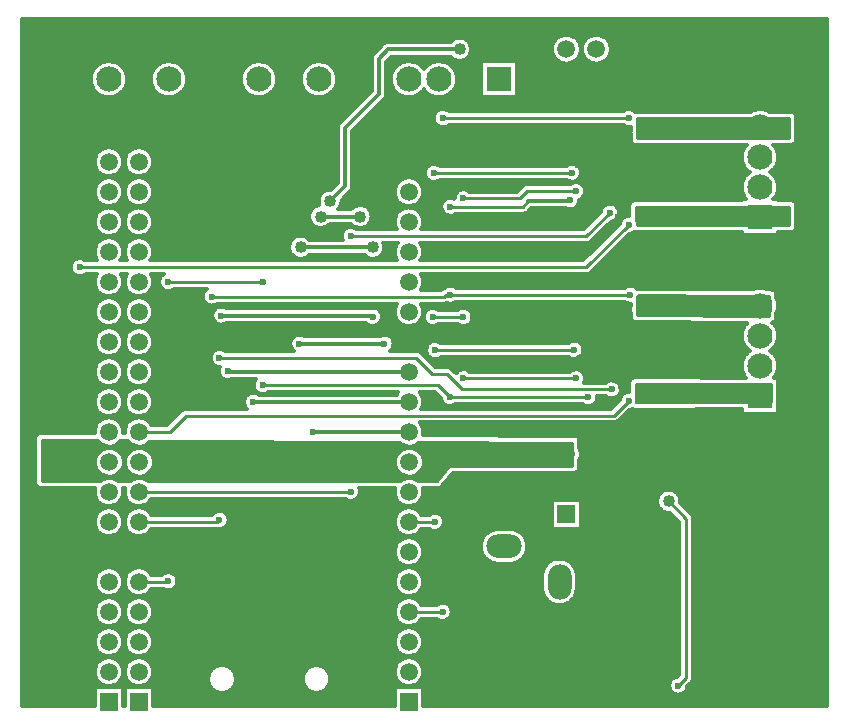
<source format=gbr>
G04 DipTrace Beta 4.1.9.0*
G04 2 - Bottom.gbr*
%MOIN*%
G04 #@! TF.FileFunction,Copper,L2,Bot*
G04 #@! TF.Part,Single*
G04 #@! TA.AperFunction,CopperBalancing*
%ADD16C,0.01*%
%ADD17C,0.012*%
G04 #@! TA.AperFunction,Conductor*
%ADD18C,0.009*%
G04 #@! TA.AperFunction,ViaPad*
%ADD19C,0.04*%
G04 #@! TA.AperFunction,CopperBalancing*
%ADD27C,0.012008*%
G04 #@! TA.AperFunction,ComponentPad*
%ADD32R,0.059055X0.059055*%
%ADD33C,0.059055*%
%ADD34O,0.11811X0.07874*%
%ADD35O,0.07874X0.11811*%
%ADD38C,0.2*%
%ADD44R,0.084X0.084*%
%ADD45C,0.084*%
G04 #@! TA.AperFunction,ViaPad*
%ADD54C,0.023622*%
%FSLAX26Y26*%
G04*
G70*
G90*
G75*
G01*
G04 Bottom*
%LPD*%
X2256200Y2115700D2*
D17*
X2253449Y2112949D1*
X2117449D1*
D16*
X2098700Y2094200D1*
X1857200D1*
X1855200Y1459700D2*
X2316951D1*
X1231200Y1498700D2*
X1816200D1*
X1855200Y1459700D1*
X1231200Y1843200D2*
X916951D1*
X2616700Y497700D2*
X2642700Y523700D1*
Y1054022D1*
X2584810Y1111911D1*
X1158430Y895930D2*
D17*
X1156200Y893700D1*
X2394700Y1484700D2*
D16*
X1896449D1*
X1844449Y1536700D1*
X1795700D1*
X1742700Y1589700D1*
X1087449D1*
Y1049949D2*
X1081200Y1043700D1*
X818700D1*
X2451621Y1446701D2*
D18*
X2402871Y1397951D1*
X975451D1*
X921200Y1343700D1*
X818700D1*
X1353700Y1637451D2*
D17*
X1637449D1*
X2269997Y1616894D2*
D18*
X2268802Y1615700D1*
X1806200D1*
Y1043700D2*
X1718700D1*
X1797700Y1726200D2*
X1900700D1*
Y1521700D2*
X2275284D1*
X1900700Y2121700D2*
X2089700D1*
X2114088Y2146088D1*
X2276062D1*
X1398700Y1343200D2*
D17*
X1718700D1*
Y1343700D1*
X1199951Y1443700D2*
X1718700D1*
X2262875Y2207445D2*
D18*
X2261630Y2206200D1*
X1802700D1*
X1831200Y743700D2*
X1718700D1*
X1115123Y1546632D2*
D17*
X1118054Y1543700D1*
X1718700D1*
X2388449Y2073949D2*
D18*
X2310449Y1995949D1*
X1524949D1*
Y1143700D2*
X818700D1*
X2451430Y2033430D2*
X2309949Y1891949D1*
X621200D1*
X1598700Y1958700D2*
D17*
X1357873D1*
X1456199Y2112451D2*
X1506199Y2162451D1*
Y2356199D1*
X1618700Y2468700D1*
Y2587449D1*
X1649951Y2618700D1*
X1887451D1*
X1598424Y1726476D2*
X1593700Y1731200D1*
X1093700D1*
X1556200Y2061270D2*
X1424944D1*
X2452700Y2389200D2*
D18*
X1831700D1*
X1856200Y1800700D2*
X2456700D1*
X1856200D2*
D16*
X1842951D1*
X1836700Y1794449D1*
X1062449D1*
X916951Y845451D2*
X915200Y843700D1*
X818700D1*
D54*
X2256200Y2115700D3*
X1857200Y2094200D3*
X1855200Y1459700D3*
X2316951D3*
X1231200Y1498700D3*
X1855200Y1459700D3*
X1231200Y1843200D3*
X916951D3*
X2616700Y497700D3*
X1158430Y895930D3*
X1087449Y1589700D3*
Y1049949D3*
X2451621Y1446701D3*
X1353700Y1637451D3*
X1637449D3*
X2269997Y1616894D3*
X1806200Y1615700D3*
Y1043700D3*
X1797700Y1726200D3*
X1900700D3*
Y1521700D3*
X2275284D3*
X1900700Y2121700D3*
X2276062Y2146088D3*
X1900700Y1726200D3*
X1398700Y1343200D3*
X1199951Y1443700D3*
X2262875Y2207445D3*
X1802700Y2206200D3*
X1831200Y743700D3*
X1115123Y1546632D3*
X2388449Y2073949D3*
X1524949Y1995949D3*
Y1143700D3*
X2451430Y2033430D3*
X621200Y1891949D3*
D19*
X1598700Y1958700D3*
X1357873D3*
X1456199Y2112451D3*
X1887451Y2618700D3*
D54*
X1598424Y1726476D3*
X1093700Y1731200D3*
D19*
X1556200Y2061270D3*
X1424944D3*
D54*
X2452700Y2389200D3*
X1831700D3*
X1856200Y1800700D3*
X2456700D3*
X1062449Y1794449D3*
X916951Y845451D3*
X1856200Y1800700D3*
X2484953Y1481855D3*
X2779861Y1827399D3*
X2394700Y1484700D3*
X2483700Y1447200D3*
X2747539Y1408234D3*
X2779035D3*
X2747539Y1372801D3*
X2779035D3*
X2485365Y1785399D3*
Y1752399D3*
X2508865Y1785399D3*
X2509365Y1752399D3*
X2748365Y1862833D3*
X2779861D3*
X2748365Y1827399D3*
D19*
X2584810Y1111911D3*
X2795378Y511743D3*
X2539752Y935289D3*
X2539935Y897184D3*
X2539169Y860161D3*
X2539569Y825003D3*
X2420136Y935498D3*
X2420318Y897393D3*
X2419552Y860369D3*
X2419952Y825212D3*
X2600630Y632083D3*
X2556603Y633670D3*
X2555716Y590888D3*
X2599022Y592119D3*
X2598752Y555104D3*
X2555938Y554312D3*
D54*
X2649661Y1826536D3*
X2652365Y1411399D3*
X2298365Y1746399D3*
D19*
X1947365Y1666399D3*
X1983365Y1665399D3*
X2021365D3*
D54*
X2299951Y2337451D3*
D19*
X2345777Y1165208D3*
X2346073Y1116821D3*
X2349023Y1074039D3*
X2756200Y468700D3*
X2271728Y600682D3*
X2273435Y566300D3*
X2275141Y527287D3*
X1947365Y1565399D3*
X1985365Y1564399D3*
X2023365Y1565399D3*
X1945397Y2256951D3*
X1981397Y2255951D3*
X2019397D3*
X1945397Y2155951D3*
X1983397Y2154951D3*
X2021397Y2155951D3*
X2831200Y1281200D3*
D54*
X2747539Y1998785D3*
X2779035D3*
X2747539Y1963352D3*
X2779035D3*
X2748365Y2453384D3*
X2779861D3*
X2748365Y2417951D3*
X2779861D3*
X1424949Y2187451D3*
D19*
X1337451Y2262449D3*
X981200Y593700D3*
Y874949D3*
X1568700D3*
X1593700Y593700D3*
X893700Y1093700D3*
D54*
X1637451Y1031200D3*
X2486909Y2072801D3*
X2508956Y2040518D3*
X2509743Y2072014D3*
X2486121Y2040518D3*
X2485865Y2375951D3*
X2487191Y2342951D3*
X2510365Y2375951D3*
X2510191Y2342951D3*
X1618700Y1149949D3*
D19*
X1303700Y1293700D3*
X518700Y1287451D3*
X574949Y1212451D3*
D54*
X868700Y2312451D3*
X1037451D3*
X1131200Y2212451D3*
X1074949Y2112451D3*
X1131200Y2012451D3*
D19*
X518700Y668700D3*
D54*
X2508700Y1481700D3*
X2507700Y1447200D3*
X2419153Y1456956D3*
X2288899Y1589297D3*
X2298276Y1646623D3*
X2435700Y1771200D3*
X2649113Y2000754D3*
Y2423982D3*
X2416695Y2059405D3*
X2288327Y2179338D3*
X2282469Y2232301D3*
X2436079Y2360201D3*
X1373700Y1058700D3*
X1293700Y2074951D3*
X2361712Y2148392D3*
Y2175951D3*
Y2203510D3*
Y2235006D3*
Y2262565D3*
X2420767Y2148392D3*
Y2175951D3*
Y2203510D3*
Y2235006D3*
Y2266502D3*
X2479822Y2148392D3*
Y2179888D3*
Y2238943D3*
Y2266502D3*
X2371725Y1567854D3*
Y1617965D3*
Y1662001D3*
X2420767Y1567854D3*
Y1617965D3*
Y1665938D3*
X2469809Y1567854D3*
X2457397Y1616896D3*
X2469809Y1665938D3*
X2479154Y1488791D2*
D17*
X2924001D1*
X2479154Y1476922D2*
X2924001D1*
X2479154Y1465053D2*
X2924001D1*
X2482166Y1453184D2*
X2924001D1*
X2477947Y1460880D2*
X2479201Y1458636D1*
X2481039Y1452839D1*
X2481672Y1446701D1*
X2481184Y1441830D1*
X2813812Y1443027D1*
X2925204Y1443428D1*
X2925200Y1500208D1*
X2477949Y1500653D1*
X2477947Y1460880D1*
X2483091Y1784066D2*
X2917754D1*
X2483091Y1772197D2*
X2917754D1*
X2483091Y1760329D2*
X2917754D1*
X2483091Y1748460D2*
X2917754D1*
X2483091Y1736591D2*
X2917754D1*
X2486268Y1795886D2*
X2486154Y1794739D1*
X2484351Y1788932D1*
X2481884Y1784455D1*
X2481885Y1733106D1*
X2918944Y1730980D1*
X2918949Y1793981D1*
X2799016Y1794507D1*
X2486368Y1795889D1*
X2479158Y2079330D2*
D27*
X2984430D1*
X2479158Y2067453D2*
X2984430D1*
X2479158Y2055577D2*
X2984430D1*
X2480882Y2043700D2*
X2984430D1*
X2477952Y2047280D2*
X2479022Y2045367D1*
X2480859Y2039569D1*
X2481493Y2033430D1*
X2481385Y2032352D1*
X2609940Y2032348D1*
X2985627D1*
X2985629Y2091204D1*
X2477955Y2091207D1*
X2477952Y2047280D1*
X2483095Y2374606D2*
X2984427D1*
X2483095Y2362729D2*
X2984427D1*
X2483095Y2350852D2*
X2984427D1*
X2483095Y2338976D2*
X2984427D1*
X2483095Y2327099D2*
X2984427D1*
X2482490Y2386480D2*
X2482166Y2383235D1*
X2481889Y2382346D1*
Y2323686D1*
X2985632Y2323687D1*
X2985629Y2386483D1*
X2482636Y2386482D1*
X497205Y1306331D2*
D16*
X689649D1*
X747751D2*
X789649D1*
X847751D2*
X1689649D1*
X1747751D2*
X2262695D1*
X497205Y1296462D2*
X2262695D1*
X497205Y1286594D2*
X699159D1*
X738241D2*
X799159D1*
X838241D2*
X1699159D1*
X1738241D2*
X2262695D1*
X497205Y1276725D2*
X684638D1*
X752762D2*
X784638D1*
X852762D2*
X1684638D1*
X1752762D2*
X2262695D1*
X497205Y1266856D2*
X677109D1*
X760291D2*
X777109D1*
X860291D2*
X1677109D1*
X1760291D2*
X2262695D1*
X497205Y1256987D2*
X672901D1*
X764499D2*
X772901D1*
X864499D2*
X1672901D1*
X1764499D2*
X2262695D1*
X497205Y1247119D2*
X671094D1*
X866306D2*
X1671094D1*
X1766306D2*
X2262695D1*
X497205Y1237250D2*
X671415D1*
X765985D2*
X771415D1*
X865985D2*
X1671415D1*
X1765985D2*
X2262695D1*
X497205Y1227381D2*
X673915D1*
X763485D2*
X773915D1*
X863485D2*
X1673915D1*
X1763485D2*
X1849726D1*
X497205Y1217512D2*
X679003D1*
X758397D2*
X779003D1*
X858397D2*
X1679003D1*
X1758397D2*
X1841738D1*
X497205Y1207644D2*
X687978D1*
X749422D2*
X787978D1*
X849422D2*
X1687978D1*
X1749422D2*
X1833750D1*
X497205Y1197775D2*
X709082D1*
X728318D2*
X809082D1*
X828318D2*
X1709082D1*
X1728318D2*
X1825751D1*
X497205Y1187906D2*
X702558D1*
X734842D2*
X802558D1*
X834842D2*
X1702558D1*
X1734842D2*
X1817763D1*
X787840Y1178700D2*
X789863Y1180468D1*
X793935Y1183325D1*
X798287Y1185733D1*
X802871Y1187665D1*
X807633Y1189098D1*
X812522Y1190018D1*
X817480Y1190411D1*
X822452Y1190276D1*
X827381Y1189613D1*
X832213Y1188431D1*
X836890Y1186742D1*
X841363Y1184564D1*
X845578Y1181923D1*
X849489Y1178850D1*
X849645Y1178697D1*
X1081209Y1178700D1*
X1614818D1*
X1618637Y1178960D1*
X1621692Y1178700D1*
X1687738D1*
X1689863Y1180468D1*
X1693935Y1183325D1*
X1698287Y1185733D1*
X1702871Y1187665D1*
X1707633Y1189098D1*
X1712522Y1190018D1*
X1717480Y1190411D1*
X1722452Y1190276D1*
X1727381Y1189613D1*
X1732213Y1188431D1*
X1736890Y1186742D1*
X1741363Y1184564D1*
X1745578Y1181923D1*
X1749489Y1178850D1*
X1749645Y1178697D1*
X1811314Y1178700D1*
X1852314Y1229346D1*
X1854382Y1230857D1*
X1861127Y1231186D1*
X2263697Y1229965D1*
X2263700Y1307472D1*
X2218683Y1307697D1*
X1751066Y1309998D1*
X1749453Y1308519D1*
X1745539Y1305449D1*
X1741321Y1302813D1*
X1736847Y1300640D1*
X1732167Y1298955D1*
X1727335Y1297777D1*
X1722405Y1297120D1*
X1717432Y1296990D1*
X1712474Y1297389D1*
X1707587Y1298313D1*
X1702826Y1299751D1*
X1698245Y1301688D1*
X1693894Y1304100D1*
X1689826Y1306961D1*
X1686085Y1310238D1*
X1686008Y1310321D1*
X855111Y1314409D1*
X853018Y1311986D1*
X849453Y1308519D1*
X845539Y1305449D1*
X841321Y1302813D1*
X836847Y1300640D1*
X832167Y1298955D1*
X827335Y1297777D1*
X822405Y1297120D1*
X817432Y1296990D1*
X812474Y1297389D1*
X807587Y1298313D1*
X802826Y1299751D1*
X798245Y1301688D1*
X793894Y1304100D1*
X789826Y1306961D1*
X786085Y1310238D1*
X782712Y1313894D1*
X782067Y1314764D1*
X755493Y1314899D1*
X753018Y1311986D1*
X749453Y1308519D1*
X745539Y1305449D1*
X741321Y1302813D1*
X736847Y1300640D1*
X732167Y1298955D1*
X727335Y1297777D1*
X722405Y1297120D1*
X717432Y1296990D1*
X712474Y1297389D1*
X707587Y1298313D1*
X702826Y1299751D1*
X698245Y1301688D1*
X693894Y1304100D1*
X689826Y1306961D1*
X686085Y1310238D1*
X682712Y1313894D1*
X681696Y1315264D1*
X496199Y1316175D1*
X496200Y1178700D1*
X687738D1*
X689863Y1180468D1*
X693935Y1183325D1*
X698287Y1185733D1*
X702871Y1187665D1*
X707633Y1189098D1*
X712522Y1190018D1*
X717480Y1190411D1*
X722452Y1190276D1*
X727381Y1189613D1*
X732213Y1188431D1*
X736890Y1186742D1*
X741363Y1184564D1*
X745578Y1181923D1*
X749489Y1178850D1*
X749645Y1178697D1*
X787738Y1178700D1*
X865161Y1238709D2*
X864367Y1233800D1*
X863056Y1229002D1*
X861242Y1224371D1*
X858947Y1219957D1*
X856195Y1215814D1*
X853018Y1211986D1*
X849453Y1208519D1*
X845539Y1205449D1*
X841321Y1202813D1*
X836847Y1200640D1*
X832167Y1198955D1*
X827335Y1197777D1*
X822405Y1197120D1*
X817432Y1196990D1*
X812474Y1197389D1*
X807587Y1198313D1*
X802826Y1199751D1*
X798245Y1201688D1*
X793894Y1204100D1*
X789826Y1206961D1*
X786085Y1210238D1*
X782712Y1213894D1*
X779749Y1217889D1*
X777225Y1222175D1*
X775172Y1226705D1*
X773612Y1231428D1*
X772564Y1236291D1*
X772037Y1241237D1*
X772040Y1246210D1*
X772571Y1251157D1*
X773625Y1256018D1*
X775190Y1260738D1*
X777247Y1265267D1*
X779775Y1269550D1*
X782743Y1273543D1*
X786119Y1277195D1*
X789863Y1280468D1*
X793935Y1283325D1*
X798287Y1285733D1*
X802871Y1287665D1*
X807633Y1289098D1*
X812522Y1290018D1*
X817480Y1290411D1*
X822452Y1290276D1*
X827381Y1289613D1*
X832213Y1288431D1*
X836890Y1286742D1*
X841363Y1284564D1*
X845578Y1281923D1*
X849489Y1278850D1*
X853050Y1275378D1*
X856222Y1271548D1*
X858970Y1267402D1*
X861262Y1262987D1*
X863070Y1258354D1*
X864377Y1253554D1*
X865166Y1248644D1*
X865427Y1243700D1*
X865161Y1238709D1*
X765161D2*
X764367Y1233800D1*
X763056Y1229002D1*
X761242Y1224371D1*
X758947Y1219957D1*
X756195Y1215814D1*
X753018Y1211986D1*
X749453Y1208519D1*
X745539Y1205449D1*
X741321Y1202813D1*
X736847Y1200640D1*
X732167Y1198955D1*
X727335Y1197777D1*
X722405Y1197120D1*
X717432Y1196990D1*
X712474Y1197389D1*
X707587Y1198313D1*
X702826Y1199751D1*
X698245Y1201688D1*
X693894Y1204100D1*
X689826Y1206961D1*
X686085Y1210238D1*
X682712Y1213894D1*
X679749Y1217889D1*
X677225Y1222175D1*
X675172Y1226705D1*
X673612Y1231428D1*
X672564Y1236291D1*
X672037Y1241237D1*
X672040Y1246210D1*
X672571Y1251157D1*
X673625Y1256018D1*
X675190Y1260738D1*
X677247Y1265267D1*
X679775Y1269550D1*
X682743Y1273543D1*
X686119Y1277195D1*
X689863Y1280468D1*
X693935Y1283325D1*
X698287Y1285733D1*
X702871Y1287665D1*
X707633Y1289098D1*
X712522Y1290018D1*
X717480Y1290411D1*
X722452Y1290276D1*
X727381Y1289613D1*
X732213Y1288431D1*
X736890Y1286742D1*
X741363Y1284564D1*
X745578Y1281923D1*
X749489Y1278850D1*
X753050Y1275378D1*
X756222Y1271548D1*
X758970Y1267402D1*
X761262Y1262987D1*
X763070Y1258354D1*
X764377Y1253554D1*
X765166Y1248644D1*
X765427Y1243700D1*
X765161Y1238709D1*
X1765161D2*
X1764367Y1233800D1*
X1763056Y1229002D1*
X1761242Y1224371D1*
X1758947Y1219957D1*
X1756195Y1215814D1*
X1753018Y1211986D1*
X1749453Y1208519D1*
X1745539Y1205449D1*
X1741321Y1202813D1*
X1736847Y1200640D1*
X1732167Y1198955D1*
X1727335Y1197777D1*
X1722405Y1197120D1*
X1717432Y1196990D1*
X1712474Y1197389D1*
X1707587Y1198313D1*
X1702826Y1199751D1*
X1698245Y1201688D1*
X1693894Y1204100D1*
X1689826Y1206961D1*
X1686085Y1210238D1*
X1682712Y1213894D1*
X1679749Y1217889D1*
X1677225Y1222175D1*
X1675172Y1226705D1*
X1673612Y1231428D1*
X1672564Y1236291D1*
X1672037Y1241237D1*
X1672040Y1246210D1*
X1672571Y1251157D1*
X1673625Y1256018D1*
X1675190Y1260738D1*
X1677247Y1265267D1*
X1679775Y1269550D1*
X1682743Y1273543D1*
X1686119Y1277195D1*
X1689863Y1280468D1*
X1693935Y1283325D1*
X1698287Y1285733D1*
X1702871Y1287665D1*
X1707633Y1289098D1*
X1712522Y1290018D1*
X1717480Y1290411D1*
X1722452Y1290276D1*
X1727381Y1289613D1*
X1732213Y1288431D1*
X1736890Y1286742D1*
X1741363Y1284564D1*
X1745578Y1281923D1*
X1749489Y1278850D1*
X1753050Y1275378D1*
X1756222Y1271548D1*
X1758970Y1267402D1*
X1761262Y1262987D1*
X1763070Y1258354D1*
X1764377Y1253554D1*
X1765166Y1248644D1*
X1765427Y1243700D1*
X1765161Y1238709D1*
X431207Y2708508D2*
D17*
X3112881D1*
X431207Y2696640D2*
X3112881D1*
X431195Y2684771D2*
X3112881D1*
X431195Y2672902D2*
X3112881D1*
X431195Y2661033D2*
X2220369D1*
X2267031D2*
X2320377D1*
X2367027D2*
X3112881D1*
X431183Y2649165D2*
X1863134D1*
X1911766D2*
X2205709D1*
X2281691D2*
X2305705D1*
X2381687D2*
X3112881D1*
X431183Y2637296D2*
X1633201D1*
X1922066D2*
X2198502D1*
X2288898D2*
X2298498D1*
X2388894D2*
X3112881D1*
X431183Y2625427D2*
X1621201D1*
X1926297D2*
X2195209D1*
X2392187D2*
X3112881D1*
X431171Y2613558D2*
X1609330D1*
X1926543D2*
X2195010D1*
X2392386D2*
X3112881D1*
X431171Y2601690D2*
X1597881D1*
X1922898D2*
X2197869D1*
X2289531D2*
X2297865D1*
X2389539D2*
X3112881D1*
X431171Y2589821D2*
X1593381D1*
X1656554D2*
X1861190D1*
X1913710D2*
X2204456D1*
X2282945D2*
X2304452D1*
X2382953D2*
X3112881D1*
X431161Y2577952D2*
X706634D1*
X730762D2*
X906638D1*
X930766D2*
X1206638D1*
X1230766D2*
X1406630D1*
X1430770D2*
X1593264D1*
X1644683D2*
X1706630D1*
X1730770D2*
X1806638D1*
X1830766D2*
X1957260D1*
X2080141D2*
X2217569D1*
X2269831D2*
X2317577D1*
X2369827D2*
X3112881D1*
X431161Y2566083D2*
X680302D1*
X757094D2*
X880306D1*
X957098D2*
X1180306D1*
X1257098D2*
X1380298D1*
X1457102D2*
X1593264D1*
X1644145D2*
X1680298D1*
X1757102D2*
X1780306D1*
X1857098D2*
X1957260D1*
X2080141D2*
X3112881D1*
X431161Y2554214D2*
X668842D1*
X768554D2*
X868846D1*
X968558D2*
X1168846D1*
X1268558D2*
X1368838D1*
X1468562D2*
X1593264D1*
X1644145D2*
X1668838D1*
X1868558D2*
X1957260D1*
X2080141D2*
X3112881D1*
X431149Y2542346D2*
X662092D1*
X775305D2*
X862096D1*
X975309D2*
X1162096D1*
X1275309D2*
X1362100D1*
X1475301D2*
X1593264D1*
X1644145D2*
X1662100D1*
X1875309D2*
X1957260D1*
X2080141D2*
X3112881D1*
X431149Y2530477D2*
X658424D1*
X778973D2*
X858428D1*
X978977D2*
X1158428D1*
X1278977D2*
X1358420D1*
X1478981D2*
X1593264D1*
X1644145D2*
X1658420D1*
X1878977D2*
X1957260D1*
X2080141D2*
X3112881D1*
X431149Y2518608D2*
X657264D1*
X780145D2*
X857256D1*
X980137D2*
X1157256D1*
X1280137D2*
X1357260D1*
X1480141D2*
X1593264D1*
X1644145D2*
X1657260D1*
X1880137D2*
X1957260D1*
X2080141D2*
X3112881D1*
X431137Y2506739D2*
X658460D1*
X778938D2*
X858462D1*
X978941D2*
X1158462D1*
X1278941D2*
X1358456D1*
X1478945D2*
X1593264D1*
X1644145D2*
X1658456D1*
X1878941D2*
X1957260D1*
X2080141D2*
X3112881D1*
X431137Y2494871D2*
X662174D1*
X775222D2*
X862178D1*
X975226D2*
X1162178D1*
X1275226D2*
X1362170D1*
X1475230D2*
X1593264D1*
X1644145D2*
X1662170D1*
X1875226D2*
X1957260D1*
X2080141D2*
X3112881D1*
X431137Y2483002D2*
X668982D1*
X768426D2*
X868974D1*
X968418D2*
X1168974D1*
X1268418D2*
X1368978D1*
X1468422D2*
X1593264D1*
X1644145D2*
X1668978D1*
X1868418D2*
X1957260D1*
X2080141D2*
X3112881D1*
X431125Y2471133D2*
X680537D1*
X756859D2*
X880541D1*
X956863D2*
X1180541D1*
X1256863D2*
X1380533D1*
X1456867D2*
X1585646D1*
X1644145D2*
X1680533D1*
X1756867D2*
X1780541D1*
X1856863D2*
X1957260D1*
X2080141D2*
X3112881D1*
X431125Y2459264D2*
X707690D1*
X729707D2*
X907693D1*
X929710D2*
X1207693D1*
X1229710D2*
X1407686D1*
X1429714D2*
X1573788D1*
X1642222D2*
X1707686D1*
X1729714D2*
X1807693D1*
X1829710D2*
X1957260D1*
X2080141D2*
X3112881D1*
X431125Y2447396D2*
X1561917D1*
X1632871D2*
X3112881D1*
X431113Y2435527D2*
X1550045D1*
X1621011D2*
X3112881D1*
X431113Y2423658D2*
X1538174D1*
X1609141D2*
X3112881D1*
X431113Y2411789D2*
X1526302D1*
X1597270D2*
X1810682D1*
X2473714D2*
X2859029D1*
X2918371D2*
X3112881D1*
X431102Y2399920D2*
X1514444D1*
X1585398D2*
X1802432D1*
X3009485D2*
X3112881D1*
X431102Y2388052D2*
X1502573D1*
X1573527D2*
X1800474D1*
X3011078D2*
X3112881D1*
X431090Y2376183D2*
X1490701D1*
X1561667D2*
X1803417D1*
X3011078D2*
X3112881D1*
X431090Y2364314D2*
X1482158D1*
X1549797D2*
X1813658D1*
X1849750D2*
X2434658D1*
X3011078D2*
X3112881D1*
X431090Y2352445D2*
X1480764D1*
X1537926D2*
X2456444D1*
X3011078D2*
X3112881D1*
X431078Y2340577D2*
X1480764D1*
X1531645D2*
X2456033D1*
X3011078D2*
X3112881D1*
X431078Y2328708D2*
X1480764D1*
X1531645D2*
X2456444D1*
X3011078D2*
X3112881D1*
X431078Y2316839D2*
X1480764D1*
X1531645D2*
X2456466D1*
X3011054D2*
X3112881D1*
X431066Y2304970D2*
X1480764D1*
X1531645D2*
X2461600D1*
X3005910D2*
X3112881D1*
X431066Y2293102D2*
X1480764D1*
X1531645D2*
X2838053D1*
X2939347D2*
X3112881D1*
X431066Y2281233D2*
X687956D1*
X749441D2*
X787952D1*
X849449D2*
X1480764D1*
X1531645D2*
X2831630D1*
X2945770D2*
X3112881D1*
X431054Y2269364D2*
X677209D1*
X760187D2*
X777217D1*
X860183D2*
X1480764D1*
X1531645D2*
X2828209D1*
X2949191D2*
X3112881D1*
X431054Y2257495D2*
X671772D1*
X765637D2*
X771768D1*
X865633D2*
X1480764D1*
X1531645D2*
X2827272D1*
X2950129D2*
X3112881D1*
X431054Y2245627D2*
X669768D1*
X867625D2*
X1480764D1*
X1531645D2*
X2828701D1*
X2948699D2*
X3112881D1*
X431043Y2233758D2*
X670776D1*
X866617D2*
X1480764D1*
X1531645D2*
X1789518D1*
X1815882D2*
X2247158D1*
X2278586D2*
X2832662D1*
X2944738D2*
X3112881D1*
X431043Y2221889D2*
X675006D1*
X762402D2*
X775002D1*
X862398D2*
X1480764D1*
X1531645D2*
X1775865D1*
X2290422D2*
X2839810D1*
X2937590D2*
X3112881D1*
X431043Y2210020D2*
X683630D1*
X753777D2*
X783628D1*
X853773D2*
X1480764D1*
X1531645D2*
X1771693D1*
X2294019D2*
X2852010D1*
X2925378D2*
X3112881D1*
X431031Y2198151D2*
X703108D1*
X734289D2*
X803116D1*
X834285D2*
X1480764D1*
X1531645D2*
X1772549D1*
X2292649D2*
X2841978D1*
X2935422D2*
X3112881D1*
X431031Y2186283D2*
X695854D1*
X741543D2*
X795861D1*
X841539D2*
X1480764D1*
X1531645D2*
X1695861D1*
X1741539D2*
X1778994D1*
X2285406D2*
X2833952D1*
X2943449D2*
X3112881D1*
X431031Y2174414D2*
X680913D1*
X756485D2*
X780920D1*
X856481D2*
X1480764D1*
X1531645D2*
X1680920D1*
X1756481D2*
X2264830D1*
X2287305D2*
X2829346D1*
X2948054D2*
X3112881D1*
X431019Y2162545D2*
X673612D1*
X763797D2*
X773608D1*
X863793D2*
X1470814D1*
X1531645D2*
X1673608D1*
X1763793D2*
X2097193D1*
X2302410D2*
X2827377D1*
X2950011D2*
X3112881D1*
X431019Y2150676D2*
X670249D1*
X867157D2*
X1453952D1*
X1528586D2*
X1670245D1*
X1767157D2*
X1891541D1*
X1909867D2*
X2085322D1*
X2306957D2*
X2827798D1*
X2949602D2*
X3112881D1*
X431019Y2138808D2*
X669978D1*
X867414D2*
X1427292D1*
X1518039D2*
X1669986D1*
X1767414D2*
X1874794D1*
X2306418D2*
X2830634D1*
X2946766D2*
X3112881D1*
X431007Y2126939D2*
X672768D1*
X764629D2*
X772764D1*
X864625D2*
X1419616D1*
X1506167D2*
X1672764D1*
X1764625D2*
X1869909D1*
X2300418D2*
X2836318D1*
X2941082D2*
X3112881D1*
X431007Y2115070D2*
X679260D1*
X758137D2*
X779268D1*
X858133D2*
X1416850D1*
X1495550D2*
X1679268D1*
X1758133D2*
X1834377D1*
X2287445D2*
X2467037D1*
X2996535D2*
X3112881D1*
X431007Y2103201D2*
X692174D1*
X745234D2*
X792170D1*
X845230D2*
X1417893D1*
X1494507D2*
X1692170D1*
X1745230D2*
X1827334D1*
X2284726D2*
X2380365D1*
X2396535D2*
X2453525D1*
X3010058D2*
X3112881D1*
X430995Y2091333D2*
X713913D1*
X723485D2*
X813909D1*
X823493D2*
X1400116D1*
X1489281D2*
X1531365D1*
X1581027D2*
X1713909D1*
X1723493D2*
X1826081D1*
X2274989D2*
X2362741D1*
X2414161D2*
X2452506D1*
X3011078D2*
X3112881D1*
X430995Y2079464D2*
X685834D1*
X751562D2*
X785830D1*
X851570D2*
X1390108D1*
X1591035D2*
X1685830D1*
X1751570D2*
X1829806D1*
X2118027D2*
X2357713D1*
X2419187D2*
X2452506D1*
X3011078D2*
X3112881D1*
X430985Y2067595D2*
X676142D1*
X761266D2*
X776138D1*
X861262D2*
X1386029D1*
X1595113D2*
X1676138D1*
X1761262D2*
X1842029D1*
X1872367D2*
X2348737D1*
X2419023D2*
X2452506D1*
X3011078D2*
X3112881D1*
X430985Y2055726D2*
X671268D1*
X866125D2*
X1385913D1*
X1595230D2*
X1671276D1*
X1766125D2*
X2336865D1*
X2413539D2*
X2430077D1*
X3011078D2*
X3112881D1*
X430985Y2043857D2*
X669733D1*
X867671D2*
X1389697D1*
X1591445D2*
X1669729D1*
X1767671D2*
X2324994D1*
X2391718D2*
X2422049D1*
X3011078D2*
X3112881D1*
X430973Y2031989D2*
X671186D1*
X866207D2*
X1399154D1*
X1450738D2*
X1530405D1*
X1581999D2*
X1671193D1*
X1766207D2*
X2313134D1*
X2379847D2*
X2416634D1*
X3011078D2*
X3112881D1*
X430973Y2020120D2*
X675956D1*
X761441D2*
X775962D1*
X861438D2*
X1505889D1*
X1544007D2*
X1675962D1*
X1761438D2*
X2301264D1*
X2367977D2*
X2404764D1*
X3009977D2*
X3112881D1*
X430973Y2008251D2*
X685482D1*
X751914D2*
X785478D1*
X851922D2*
X1496326D1*
X2356106D2*
X2392893D1*
X2995141D2*
X3112881D1*
X430961Y1996382D2*
X710960D1*
X726438D2*
X810956D1*
X826445D2*
X1350170D1*
X1365578D2*
X1493701D1*
X2344246D2*
X2381022D1*
X2447746D2*
X3112881D1*
X430961Y1984514D2*
X692678D1*
X744718D2*
X792686D1*
X844714D2*
X1328456D1*
X1387281D2*
X1495962D1*
X2332375D2*
X2369150D1*
X2435875D2*
X3112881D1*
X430961Y1972645D2*
X679506D1*
X757902D2*
X779502D1*
X857898D2*
X1321061D1*
X1635507D2*
X1679502D1*
X1757898D2*
X2357292D1*
X2424003D2*
X3112881D1*
X430949Y1960776D2*
X672885D1*
X764511D2*
X772893D1*
X864507D2*
X1318494D1*
X1638086D2*
X1672893D1*
X1764507D2*
X2345420D1*
X2412133D2*
X3112881D1*
X430949Y1948907D2*
X670014D1*
X867378D2*
X1319713D1*
X1636867D2*
X1670022D1*
X1767378D2*
X2333549D1*
X2400262D2*
X3112881D1*
X430949Y1937039D2*
X670201D1*
X867203D2*
X1325162D1*
X1631418D2*
X1670197D1*
X1767203D2*
X2321678D1*
X2388402D2*
X3112881D1*
X430938Y1925170D2*
X673470D1*
X763926D2*
X773478D1*
X863922D2*
X1338288D1*
X1377461D2*
X1579120D1*
X1618281D2*
X1673478D1*
X1763922D2*
X2309806D1*
X2376531D2*
X3112881D1*
X430938Y1913301D2*
X598857D1*
X2364661D2*
X3112881D1*
X430938Y1901432D2*
X591486D1*
X2352789D2*
X3112881D1*
X430926Y1889564D2*
X590045D1*
X2340918D2*
X3112881D1*
X430926Y1877695D2*
X593549D1*
X2329058D2*
X3112881D1*
X430926Y1865826D2*
X605150D1*
X637258D2*
X675170D1*
X762238D2*
X775166D1*
X862234D2*
X895974D1*
X1762234D2*
X3112881D1*
X430914Y1853957D2*
X670846D1*
X866558D2*
X887690D1*
X1766558D2*
X3112881D1*
X430914Y1842088D2*
X669756D1*
X867637D2*
X885721D1*
X1767637D2*
X3112881D1*
X430914Y1830220D2*
X671678D1*
X865726D2*
X888650D1*
X1765726D2*
X1849377D1*
X1863027D2*
X2449869D1*
X2463531D2*
X3112881D1*
X430902Y1818351D2*
X677010D1*
X760386D2*
X777018D1*
X860382D2*
X898846D1*
X935054D2*
X1043033D1*
X1760382D2*
X1826630D1*
X2915242D2*
X3112881D1*
X430902Y1806482D2*
X687557D1*
X749839D2*
X787553D1*
X849847D2*
X1033717D1*
X2943179D2*
X3112881D1*
X430902Y1794613D2*
X1031197D1*
X2944386D2*
X3112881D1*
X430890Y1782745D2*
X689982D1*
X747414D2*
X789978D1*
X847422D2*
X1033577D1*
X2947046D2*
X3112881D1*
X430890Y1770876D2*
X678217D1*
X759179D2*
X778213D1*
X859187D2*
X1042612D1*
X1082289D2*
X1678213D1*
X1759187D2*
X1851310D1*
X1861082D2*
X2451814D1*
X2949707D2*
X3112881D1*
X430878Y1759007D2*
X672252D1*
X765145D2*
X772249D1*
X865153D2*
X1081108D1*
X1106289D2*
X1672249D1*
X1765153D2*
X2454850D1*
X2949953D2*
X3112881D1*
X430878Y1747138D2*
X669861D1*
X867543D2*
X1067022D1*
X1621445D2*
X1669857D1*
X1767543D2*
X1774940D1*
X1923461D2*
X2454581D1*
X2947821D2*
X3112881D1*
X430878Y1735270D2*
X670482D1*
X866922D2*
X1062721D1*
X1628359D2*
X1670478D1*
X1930550D2*
X2456444D1*
X2944386D2*
X3112881D1*
X430867Y1723401D2*
X674256D1*
X763141D2*
X774264D1*
X863137D2*
X1063482D1*
X1629519D2*
X1674264D1*
X1931817D2*
X2456830D1*
X2944327D2*
X3112881D1*
X430867Y1711532D2*
X682190D1*
X755207D2*
X782186D1*
X855214D2*
X1069776D1*
X1625699D2*
X1682186D1*
X1755214D2*
X1770276D1*
X1928125D2*
X2465233D1*
X2938503D2*
X3112881D1*
X430867Y1699663D2*
X698994D1*
X738402D2*
X798990D1*
X838410D2*
X1583654D1*
X1613195D2*
X1698990D1*
X1738410D2*
X1782393D1*
X1812999D2*
X1885401D1*
X1916007D2*
X2839178D1*
X2938222D2*
X3112881D1*
X430855Y1687794D2*
X699134D1*
X738273D2*
X799130D1*
X838270D2*
X2832288D1*
X2945113D2*
X3112881D1*
X430855Y1675926D2*
X682237D1*
X755161D2*
X782245D1*
X855157D2*
X2828514D1*
X2948886D2*
X3112881D1*
X430855Y1664057D2*
X674292D1*
X763117D2*
X774288D1*
X863113D2*
X1338533D1*
X1368871D2*
X1622280D1*
X1652617D2*
X2827260D1*
X2950141D2*
X3112881D1*
X430843Y1652188D2*
X670494D1*
X866910D2*
X1326310D1*
X1664839D2*
X2828373D1*
X2949027D2*
X3112881D1*
X430843Y1640319D2*
X669850D1*
X867543D2*
X1322585D1*
X1668566D2*
X1787772D1*
X1824637D2*
X2249970D1*
X2290023D2*
X2831982D1*
X2945418D2*
X3112881D1*
X430843Y1628451D2*
X672229D1*
X765167D2*
X772237D1*
X865163D2*
X1323826D1*
X1667325D2*
X1777788D1*
X2298941D2*
X2838650D1*
X2938750D2*
X3112881D1*
X430831Y1616582D2*
X678182D1*
X759226D2*
X778178D1*
X859222D2*
X1072822D1*
X1102082D2*
X1330881D1*
X1660270D2*
X1774962D1*
X2301250D2*
X2849970D1*
X2927430D2*
X3112881D1*
X430831Y1604713D2*
X689901D1*
X747495D2*
X789897D1*
X847503D2*
X1060213D1*
X1761754D2*
X1777025D1*
X2298671D2*
X2843373D1*
X2934027D2*
X3112881D1*
X430831Y1592844D2*
X1056357D1*
X1773625D2*
X1785486D1*
X1826910D2*
X2250780D1*
X2289214D2*
X2834784D1*
X2942617D2*
X3112881D1*
X430821Y1580976D2*
X687628D1*
X749770D2*
X787624D1*
X849766D2*
X1057494D1*
X1785495D2*
X2829792D1*
X2947609D2*
X3112881D1*
X430821Y1569107D2*
X677045D1*
X760351D2*
X777053D1*
X860347D2*
X1064361D1*
X1797355D2*
X2827506D1*
X2949894D2*
X3112881D1*
X430821Y1557238D2*
X671690D1*
X865714D2*
X1085806D1*
X1856523D2*
X2827612D1*
X2949789D2*
X3112881D1*
X430809Y1545369D2*
X669756D1*
X867637D2*
X1083897D1*
X1869847D2*
X1880982D1*
X1920414D2*
X2255573D1*
X2295003D2*
X2830120D1*
X2947281D2*
X3112881D1*
X430809Y1533501D2*
X670834D1*
X866570D2*
X1086897D1*
X2304121D2*
X2835381D1*
X2942019D2*
X3112881D1*
X430809Y1521632D2*
X675134D1*
X762262D2*
X775130D1*
X862270D2*
X1097245D1*
X2306535D2*
X2460334D1*
X2950141D2*
X3112881D1*
X430797Y1509763D2*
X683889D1*
X753519D2*
X783885D1*
X853515D2*
X1202057D1*
X2304062D2*
X2376920D1*
X2412485D2*
X2452776D1*
X2950293D2*
X3112881D1*
X430797Y1497894D2*
X703952D1*
X733445D2*
X803948D1*
X833453D2*
X1199960D1*
X2422902D2*
X2452506D1*
X2950645D2*
X3112881D1*
X430797Y1486025D2*
X695361D1*
X742046D2*
X795357D1*
X842043D2*
X1202749D1*
X2425926D2*
X2452506D1*
X2950645D2*
X3112881D1*
X430785Y1474157D2*
X680701D1*
X756695D2*
X780697D1*
X856703D2*
X1212662D1*
X1249738D2*
X1680697D1*
X1756703D2*
X1806674D1*
X2424039D2*
X2438209D1*
X2950645D2*
X3112881D1*
X430785Y1462288D2*
X673494D1*
X763902D2*
X773502D1*
X863898D2*
X1175138D1*
X1763898D2*
X1818545D1*
X2415918D2*
X2424733D1*
X2950645D2*
X3112881D1*
X430773Y1450419D2*
X670213D1*
X867191D2*
X1169456D1*
X1767191D2*
X1825413D1*
X2346730D2*
X2420596D1*
X2950645D2*
X3112881D1*
X430773Y1438550D2*
X670014D1*
X867390D2*
X1169138D1*
X1767390D2*
X1832654D1*
X2339499D2*
X2410108D1*
X2950645D2*
X3112881D1*
X430773Y1426682D2*
X672861D1*
X764535D2*
X772869D1*
X864531D2*
X1173978D1*
X1764531D2*
X2398237D1*
X2950141D2*
X3112881D1*
X430762Y1414813D2*
X679460D1*
X757938D2*
X779456D1*
X857945D2*
X958998D1*
X2453090D2*
X2827260D1*
X2950141D2*
X3112881D1*
X430762Y1402944D2*
X692585D1*
X744813D2*
X792592D1*
X844809D2*
X947081D1*
X2441218D2*
X3112881D1*
X430762Y1391075D2*
X711393D1*
X726003D2*
X811389D1*
X826011D2*
X935221D1*
X2429359D2*
X3112881D1*
X430750Y1379207D2*
X685541D1*
X751855D2*
X785549D1*
X851851D2*
X923350D1*
X2416949D2*
X3112881D1*
X430750Y1367338D2*
X675990D1*
X761406D2*
X775986D1*
X861414D2*
X911478D1*
X1761414D2*
X3112881D1*
X430750Y1355469D2*
X671209D1*
X1766195D2*
X3112881D1*
X430738Y1343600D2*
X669733D1*
X1767671D2*
X3112881D1*
X430738Y1331731D2*
X475108D1*
X2058507D2*
X3112881D1*
X430738Y1319863D2*
X471756D1*
X2286566D2*
X3112881D1*
X430726Y1307994D2*
X471756D1*
X2288137D2*
X3112881D1*
X430726Y1296125D2*
X471756D1*
X2288137D2*
X3112881D1*
X430726Y1284256D2*
X471756D1*
X2290058D2*
X3112881D1*
X430714Y1272388D2*
X471756D1*
X2292519D2*
X3112881D1*
X430714Y1260519D2*
X471756D1*
X2291957D2*
X3112881D1*
X430714Y1248650D2*
X471756D1*
X2288254D2*
X3112881D1*
X430703Y1236781D2*
X471756D1*
X2288137D2*
X3112881D1*
X430703Y1224913D2*
X471756D1*
X2288137D2*
X3112881D1*
X430703Y1213044D2*
X471756D1*
X2283718D2*
X3112881D1*
X430691Y1201175D2*
X471756D1*
X1860613D2*
X3112881D1*
X430691Y1189306D2*
X471756D1*
X1851003D2*
X3112881D1*
X430691Y1177438D2*
X471756D1*
X1841394D2*
X3112881D1*
X430679Y1165569D2*
X473678D1*
X1831785D2*
X3112881D1*
X430679Y1153700D2*
X670788D1*
X1554485D2*
X1670794D1*
X1766606D2*
X3112881D1*
X430667Y1141831D2*
X669768D1*
X1556137D2*
X1669764D1*
X1767637D2*
X2559792D1*
X2609827D2*
X3112881D1*
X430667Y1129962D2*
X671749D1*
X765649D2*
X771756D1*
X1552878D2*
X1671756D1*
X1765645D2*
X2549901D1*
X2619718D2*
X3112881D1*
X430667Y1118094D2*
X677174D1*
X760222D2*
X777170D1*
X860218D2*
X1508022D1*
X1541875D2*
X1677170D1*
X1760218D2*
X2545869D1*
X2623750D2*
X3112881D1*
X430657Y1106225D2*
X687885D1*
X749523D2*
X787881D1*
X849519D2*
X1687881D1*
X1749519D2*
X2194729D1*
X2292671D2*
X2545798D1*
X2624558D2*
X3112881D1*
X430657Y1094356D2*
X2194729D1*
X2292671D2*
X2549642D1*
X2636430D2*
X3112881D1*
X430657Y1082487D2*
X689620D1*
X747777D2*
X789616D1*
X847785D2*
X1689616D1*
X1747785D2*
X2194729D1*
X2292671D2*
X2559182D1*
X2648301D2*
X3112881D1*
X430645Y1070619D2*
X678041D1*
X759355D2*
X778037D1*
X859363D2*
X1064432D1*
X1110461D2*
X1678037D1*
X1759363D2*
X1791638D1*
X1820758D2*
X2194729D1*
X2292671D2*
X2592041D1*
X2660171D2*
X3112881D1*
X430645Y1058750D2*
X672170D1*
X765238D2*
X772166D1*
X1117386D2*
X1672166D1*
X1833414D2*
X2194729D1*
X2292671D2*
X2603901D1*
X2666653D2*
X3112881D1*
X430645Y1046881D2*
X669838D1*
X1118546D2*
X1669834D1*
X1837281D2*
X2194729D1*
X2292671D2*
X2615772D1*
X2667145D2*
X3112881D1*
X430633Y1035012D2*
X670529D1*
X1114726D2*
X1670525D1*
X1836167D2*
X2194729D1*
X2292671D2*
X2618256D1*
X2667145D2*
X3112881D1*
X430633Y1023144D2*
X674385D1*
X763023D2*
X774381D1*
X1102234D2*
X1674381D1*
X1829325D2*
X2194729D1*
X2292671D2*
X2618256D1*
X2667145D2*
X3112881D1*
X430633Y1011275D2*
X682424D1*
X754973D2*
X782420D1*
X854981D2*
X1682420D1*
X1754981D2*
X1985608D1*
X2086445D2*
X2618256D1*
X2667145D2*
X3112881D1*
X430621Y999406D2*
X699616D1*
X737781D2*
X799624D1*
X837777D2*
X1699624D1*
X1737777D2*
X1971486D1*
X2100554D2*
X2618256D1*
X2667145D2*
X3112881D1*
X430621Y987537D2*
X1698522D1*
X1738878D2*
X1963588D1*
X2108453D2*
X2618256D1*
X2667145D2*
X3112881D1*
X430621Y975669D2*
X1682010D1*
X1755390D2*
X1959217D1*
X2112825D2*
X2618256D1*
X2667145D2*
X3112881D1*
X430609Y963800D2*
X1674170D1*
X1763230D2*
X1957565D1*
X2114489D2*
X2618256D1*
X2667145D2*
X3112881D1*
X430609Y951931D2*
X1670444D1*
X1766957D2*
X1958385D1*
X2113667D2*
X2618256D1*
X2667145D2*
X3112881D1*
X430609Y940062D2*
X1669869D1*
X1767531D2*
X1961794D1*
X2110258D2*
X2618256D1*
X2667145D2*
X3112881D1*
X430598Y928193D2*
X1672318D1*
X1765082D2*
X1968357D1*
X2103695D2*
X2618256D1*
X2667145D2*
X3112881D1*
X430598Y916325D2*
X1678354D1*
X1759046D2*
X1979784D1*
X2092258D2*
X2197142D1*
X2244989D2*
X2618256D1*
X2667145D2*
X3112881D1*
X430598Y904456D2*
X1690272D1*
X1747129D2*
X2009713D1*
X2062327D2*
X2179460D1*
X2262661D2*
X2618256D1*
X2667145D2*
X3112881D1*
X430586Y892587D2*
X2170201D1*
X2271918D2*
X2618256D1*
X2667145D2*
X3112881D1*
X430586Y880718D2*
X687310D1*
X750086D2*
X787306D1*
X850094D2*
X1687306D1*
X1750094D2*
X2164917D1*
X2277203D2*
X2618256D1*
X2667145D2*
X3112881D1*
X430586Y868850D2*
X676893D1*
X760515D2*
X776889D1*
X860511D2*
X896889D1*
X937011D2*
X1676889D1*
X1760511D2*
X2162514D1*
X2279617D2*
X2618256D1*
X2667145D2*
X3112881D1*
X430574Y856981D2*
X671620D1*
X945906D2*
X1671616D1*
X1765785D2*
X2162256D1*
X2279875D2*
X2618256D1*
X2667145D2*
X3112881D1*
X430574Y845112D2*
X669756D1*
X948203D2*
X1669752D1*
X1767649D2*
X2162256D1*
X2279875D2*
X2618256D1*
X2667145D2*
X3112881D1*
X430562Y833243D2*
X670893D1*
X945613D2*
X1670889D1*
X1766511D2*
X2162256D1*
X2279875D2*
X2618256D1*
X2667145D2*
X3112881D1*
X430562Y821375D2*
X675276D1*
X762133D2*
X775272D1*
X936133D2*
X1675272D1*
X1762129D2*
X2162314D1*
X2279817D2*
X2618256D1*
X2667145D2*
X3112881D1*
X430562Y809506D2*
X684146D1*
X753250D2*
X784142D1*
X853258D2*
X1684142D1*
X1753258D2*
X2164108D1*
X2278011D2*
X2618256D1*
X2667145D2*
X3112881D1*
X430550Y797637D2*
X704854D1*
X732543D2*
X804850D1*
X832550D2*
X1704850D1*
X1732550D2*
X2168642D1*
X2273477D2*
X2618256D1*
X2667145D2*
X3112881D1*
X430550Y785768D2*
X694869D1*
X742527D2*
X794877D1*
X842523D2*
X1694877D1*
X1742523D2*
X2176776D1*
X2265343D2*
X2618256D1*
X2667145D2*
X3112881D1*
X430550Y773899D2*
X680490D1*
X756906D2*
X780486D1*
X856914D2*
X1680486D1*
X1756914D2*
X2191448D1*
X2250671D2*
X2618256D1*
X2667145D2*
X3112881D1*
X430539Y762031D2*
X673389D1*
X764007D2*
X773385D1*
X864015D2*
X1673385D1*
X1856218D2*
X2618256D1*
X2667145D2*
X3112881D1*
X430539Y750162D2*
X670166D1*
X867226D2*
X1670174D1*
X1861750D2*
X2618256D1*
X2667145D2*
X3112881D1*
X430539Y738293D2*
X670037D1*
X867355D2*
X1670045D1*
X1861961D2*
X2618256D1*
X2667145D2*
X3112881D1*
X430527Y726424D2*
X672966D1*
X764430D2*
X772962D1*
X864438D2*
X1672962D1*
X1856993D2*
X2618256D1*
X2667145D2*
X3112881D1*
X430527Y714556D2*
X679658D1*
X757750D2*
X779654D1*
X857746D2*
X1679654D1*
X1757746D2*
X1822670D1*
X1839730D2*
X2618256D1*
X2667145D2*
X3112881D1*
X430527Y702687D2*
X693018D1*
X744390D2*
X793014D1*
X844386D2*
X1693014D1*
X1744386D2*
X2618256D1*
X2667145D2*
X3112881D1*
X430515Y690818D2*
X709646D1*
X727750D2*
X809654D1*
X827746D2*
X1709654D1*
X1727746D2*
X2618256D1*
X2667145D2*
X3112881D1*
X430515Y678949D2*
X685260D1*
X752137D2*
X785268D1*
X852133D2*
X1685268D1*
X1752133D2*
X2618256D1*
X2667145D2*
X3112881D1*
X430515Y667081D2*
X675850D1*
X761558D2*
X775846D1*
X861554D2*
X1675846D1*
X1761554D2*
X2618256D1*
X2667145D2*
X3112881D1*
X430503Y655212D2*
X671138D1*
X866266D2*
X1671134D1*
X1766266D2*
X2618256D1*
X2667145D2*
X3112881D1*
X430503Y643343D2*
X669733D1*
X867671D2*
X1669729D1*
X1767671D2*
X2618256D1*
X2667145D2*
X3112881D1*
X430503Y631474D2*
X671326D1*
X866078D2*
X1671322D1*
X1766078D2*
X2618256D1*
X2667145D2*
X3112881D1*
X430493Y619606D2*
X676260D1*
X761149D2*
X776256D1*
X861145D2*
X1676256D1*
X1761145D2*
X2618256D1*
X2667145D2*
X3112881D1*
X430493Y607737D2*
X686057D1*
X751339D2*
X786065D1*
X851335D2*
X1686065D1*
X1751335D2*
X2618256D1*
X2667145D2*
X3112881D1*
X430493Y595868D2*
X2618256D1*
X2667145D2*
X3112881D1*
X430481Y583999D2*
X691857D1*
X745550D2*
X791854D1*
X845546D2*
X1691854D1*
X1745546D2*
X2618256D1*
X2667145D2*
X3112881D1*
X430481Y572130D2*
X679120D1*
X758289D2*
X779116D1*
X858285D2*
X1679116D1*
X1758285D2*
X2618256D1*
X2667145D2*
X3112881D1*
X430481Y560262D2*
X672697D1*
X764699D2*
X772693D1*
X864707D2*
X1073877D1*
X1117797D2*
X1388830D1*
X1432773D2*
X1672693D1*
X1764707D2*
X2618256D1*
X2667145D2*
X3112881D1*
X430469Y548393D2*
X669966D1*
X867438D2*
X1059170D1*
X1132515D2*
X1374124D1*
X1447481D2*
X1669962D1*
X1767438D2*
X2618256D1*
X2667145D2*
X3112881D1*
X430469Y536524D2*
X670272D1*
X867121D2*
X1052162D1*
X1139511D2*
X1367128D1*
X1454477D2*
X1670280D1*
X1767121D2*
X2618256D1*
X2667145D2*
X3112881D1*
X430457Y524655D2*
X673693D1*
X763703D2*
X773690D1*
X863710D2*
X1049174D1*
X1142511D2*
X1364128D1*
X1457465D2*
X1673690D1*
X1763710D2*
X2602213D1*
X2667145D2*
X3112881D1*
X430457Y512787D2*
X681088D1*
X756321D2*
X781085D1*
X856317D2*
X1049361D1*
X1142313D2*
X1364326D1*
X1457266D2*
X1681085D1*
X1756317D2*
X2589510D1*
X2664414D2*
X3112881D1*
X430457Y500918D2*
X696252D1*
X741145D2*
X796249D1*
X841153D2*
X1052806D1*
X1138867D2*
X1367772D1*
X1453831D2*
X1696249D1*
X1741153D2*
X2585620D1*
X2653985D2*
X3112881D1*
X430445Y489049D2*
X669733D1*
X867671D2*
X1060460D1*
X1131226D2*
X1375424D1*
X1446179D2*
X1669729D1*
X1767671D2*
X2586721D1*
X2646683D2*
X3112881D1*
X430445Y477180D2*
X669733D1*
X867671D2*
X1077170D1*
X1114515D2*
X1392146D1*
X1429457D2*
X1669729D1*
X1767671D2*
X2593541D1*
X2639851D2*
X3112881D1*
X430445Y465312D2*
X669733D1*
X867671D2*
X1669729D1*
X1767671D2*
X3112881D1*
X430434Y453443D2*
X669733D1*
X867671D2*
X1669729D1*
X1767671D2*
X3112881D1*
X430434Y441574D2*
X669733D1*
X867671D2*
X1669729D1*
X1767671D2*
X3112881D1*
X430434Y429705D2*
X669733D1*
X867671D2*
X1669729D1*
X1767671D2*
X3112881D1*
X776932Y491468D2*
X866468D1*
Y429224D1*
X927221Y429228D1*
X1670934D1*
X1670932Y491468D1*
X1766468D1*
Y429224D1*
X1827221Y429228D1*
X3114074D1*
X3114078Y645225D1*
Y2720376D1*
X430019Y2720377D1*
X429986Y2642377D1*
X429230Y429228D1*
X670938D1*
X670932Y491468D1*
X766468D1*
Y429224D1*
X770931Y429228D1*
X770932Y491468D1*
X776932D1*
X866091Y537716D2*
X864968Y531823D1*
X863115Y526119D1*
X860561Y520690D1*
X857346Y515625D1*
X853523Y511003D1*
X849150Y506896D1*
X844297Y503369D1*
X839041Y500480D1*
X833464Y498271D1*
X827653Y496779D1*
X821703Y496027D1*
X815704D1*
X809752Y496777D1*
X803941Y498270D1*
X798364Y500477D1*
X793107Y503367D1*
X788254Y506893D1*
X783881Y510999D1*
X780057Y515621D1*
X776842Y520686D1*
X774288Y526113D1*
X772434Y531818D1*
X771309Y537710D1*
X770932Y543697D1*
X771309Y549684D1*
X772432Y555577D1*
X774285Y561281D1*
X776839Y566710D1*
X780054Y571775D1*
X783877Y576397D1*
X788250Y580504D1*
X793103Y584031D1*
X798359Y586920D1*
X803936Y589129D1*
X809747Y590621D1*
X815697Y591373D1*
X821696D1*
X827648Y590623D1*
X833459Y589130D1*
X839036Y586923D1*
X844293Y584033D1*
X849146Y580507D1*
X853519Y576401D1*
X857343Y571779D1*
X860558Y566714D1*
X863112Y561287D1*
X864966Y555582D1*
X866091Y549690D1*
X866468Y543700D1*
X866091Y537716D1*
Y637716D2*
X864968Y631823D1*
X863115Y626119D1*
X860561Y620690D1*
X857346Y615625D1*
X853523Y611003D1*
X849150Y606896D1*
X844297Y603369D1*
X839041Y600480D1*
X833464Y598271D1*
X827653Y596779D1*
X821703Y596027D1*
X815704D1*
X809752Y596777D1*
X803941Y598270D1*
X798364Y600477D1*
X793107Y603367D1*
X788254Y606893D1*
X783881Y610999D1*
X780057Y615621D1*
X776842Y620686D1*
X774288Y626113D1*
X772434Y631818D1*
X771309Y637710D1*
X770932Y643697D1*
X771309Y649684D1*
X772432Y655577D1*
X774285Y661281D1*
X776839Y666710D1*
X780054Y671775D1*
X783877Y676397D1*
X788250Y680504D1*
X793103Y684031D1*
X798359Y686920D1*
X803936Y689129D1*
X809747Y690621D1*
X815697Y691373D1*
X821696D1*
X827648Y690623D1*
X833459Y689130D1*
X839036Y686923D1*
X844293Y684033D1*
X849146Y680507D1*
X853519Y676401D1*
X857343Y671779D1*
X860558Y666714D1*
X863112Y661287D1*
X864966Y655582D1*
X866091Y649690D1*
X866468Y643700D1*
X866091Y637716D1*
Y737716D2*
X864968Y731823D1*
X863115Y726119D1*
X860561Y720690D1*
X857346Y715625D1*
X853523Y711003D1*
X849150Y706896D1*
X844297Y703369D1*
X839041Y700480D1*
X833464Y698271D1*
X827653Y696779D1*
X821703Y696027D1*
X815704D1*
X809752Y696777D1*
X803941Y698270D1*
X798364Y700477D1*
X793107Y703367D1*
X788254Y706893D1*
X783881Y710999D1*
X780057Y715621D1*
X776842Y720686D1*
X774288Y726113D1*
X772434Y731818D1*
X771309Y737710D1*
X770932Y743697D1*
X771309Y749684D1*
X772432Y755577D1*
X774285Y761281D1*
X776839Y766710D1*
X780054Y771775D1*
X783877Y776397D1*
X788250Y780504D1*
X793103Y784031D1*
X798359Y786920D1*
X803936Y789129D1*
X809747Y790621D1*
X815697Y791373D1*
X821696D1*
X827648Y790623D1*
X833459Y789130D1*
X839036Y786923D1*
X844293Y784033D1*
X849146Y780507D1*
X853519Y776401D1*
X857343Y771779D1*
X860558Y766714D1*
X863112Y761287D1*
X864966Y755582D1*
X866091Y749690D1*
X866468Y743700D1*
X866091Y737716D1*
X860413Y820457D2*
X857346Y815625D1*
X853523Y811003D1*
X849150Y806896D1*
X844297Y803369D1*
X839041Y800480D1*
X833464Y798271D1*
X827653Y796779D1*
X821703Y796027D1*
X815704D1*
X809752Y796777D1*
X803941Y798270D1*
X798364Y800477D1*
X793107Y803367D1*
X788254Y806893D1*
X783881Y810999D1*
X780057Y815621D1*
X776842Y820686D1*
X774288Y826113D1*
X772434Y831818D1*
X771309Y837710D1*
X770932Y843697D1*
X771309Y849684D1*
X772432Y855577D1*
X774285Y861281D1*
X776839Y866710D1*
X780054Y871775D1*
X783877Y876397D1*
X788250Y880504D1*
X793103Y884031D1*
X798359Y886920D1*
X803936Y889129D1*
X809747Y890621D1*
X815697Y891373D1*
X821696D1*
X827648Y890623D1*
X833459Y889130D1*
X839036Y886923D1*
X844293Y884033D1*
X849146Y880507D1*
X853519Y876401D1*
X857343Y871779D1*
X860417Y866938D1*
X895940Y866940D1*
X898485Y869158D1*
X903634Y872390D1*
X909330Y874519D1*
X915338Y875459D1*
X921411Y875169D1*
X927302Y873662D1*
X932770Y871002D1*
X937588Y867294D1*
X941564Y862692D1*
X944531Y857385D1*
X946368Y851588D1*
X947002Y845451D1*
X946405Y839490D1*
X944602Y833683D1*
X941667Y828357D1*
X937721Y823733D1*
X932923Y819997D1*
X927473Y817302D1*
X921591Y815760D1*
X915519Y815434D1*
X909506Y816336D1*
X903798Y818431D1*
X900522Y820460D1*
X860436D1*
X1082325Y1020487D2*
X1086018Y1019932D1*
X1092090Y1020259D1*
X1097972Y1021801D1*
X1103422Y1024495D1*
X1108220Y1028231D1*
X1112166Y1032856D1*
X1115100Y1038182D1*
X1116903Y1043989D1*
X1117501Y1050040D1*
X1116867Y1056087D1*
X1115029Y1061884D1*
X1112062Y1067191D1*
X1108087Y1071793D1*
X1103268Y1075501D1*
X1097801Y1078161D1*
X1091910Y1079667D1*
X1085836Y1079957D1*
X1079829Y1079018D1*
X1074133Y1076889D1*
X1068983Y1073657D1*
X1064588Y1069455D1*
X1062669Y1066940D1*
X860417Y1066938D1*
X857343Y1071779D1*
X853519Y1076401D1*
X849146Y1080507D1*
X844293Y1084033D1*
X839036Y1086923D1*
X833459Y1089130D1*
X827648Y1090623D1*
X821696Y1091373D1*
X815697D1*
X809747Y1090621D1*
X803936Y1089129D1*
X798359Y1086920D1*
X793103Y1084031D1*
X788250Y1080504D1*
X783877Y1076397D1*
X780054Y1071775D1*
X776839Y1066710D1*
X774285Y1061281D1*
X772432Y1055577D1*
X771309Y1049684D1*
X770932Y1043697D1*
X771309Y1037710D1*
X772434Y1031818D1*
X774288Y1026113D1*
X776842Y1020686D1*
X780057Y1015621D1*
X783881Y1010999D1*
X788254Y1006893D1*
X793107Y1003367D1*
X798364Y1000477D1*
X803941Y998270D1*
X809752Y996777D1*
X815704Y996027D1*
X821703D1*
X827653Y996779D1*
X833464Y998271D1*
X839041Y1000480D1*
X844297Y1003369D1*
X849150Y1006896D1*
X853523Y1011003D1*
X857346Y1015625D1*
X860413Y1020457D1*
X1075234Y1020460D1*
X1082325Y1020487D1*
X866091Y1437716D2*
X864968Y1431823D1*
X863115Y1426119D1*
X860561Y1420690D1*
X857346Y1415625D1*
X853523Y1411003D1*
X849150Y1406896D1*
X844297Y1403369D1*
X839041Y1400480D1*
X833464Y1398271D1*
X827653Y1396779D1*
X821703Y1396027D1*
X815704D1*
X809752Y1396777D1*
X803941Y1398270D1*
X798364Y1400477D1*
X793107Y1403367D1*
X788254Y1406893D1*
X783881Y1410999D1*
X780057Y1415621D1*
X776842Y1420686D1*
X774288Y1426113D1*
X772434Y1431818D1*
X771309Y1437710D1*
X770932Y1443697D1*
X771309Y1449684D1*
X772432Y1455577D1*
X774285Y1461281D1*
X776839Y1466710D1*
X780054Y1471775D1*
X783877Y1476397D1*
X788250Y1480504D1*
X793103Y1484031D1*
X798359Y1486920D1*
X803936Y1489129D1*
X809747Y1490621D1*
X815697Y1491373D1*
X821696D1*
X827648Y1490623D1*
X833459Y1489130D1*
X839036Y1486923D1*
X844293Y1484033D1*
X849146Y1480507D1*
X853519Y1476401D1*
X857343Y1471779D1*
X860558Y1466714D1*
X863112Y1461287D1*
X864966Y1455582D1*
X866091Y1449690D1*
X866468Y1443700D1*
X866091Y1437716D1*
Y1537716D2*
X864968Y1531823D1*
X863115Y1526119D1*
X860561Y1520690D1*
X857346Y1515625D1*
X853523Y1511003D1*
X849150Y1506896D1*
X844297Y1503369D1*
X839041Y1500480D1*
X833464Y1498271D1*
X827653Y1496779D1*
X821703Y1496027D1*
X815704D1*
X809752Y1496777D1*
X803941Y1498270D1*
X798364Y1500477D1*
X793107Y1503367D1*
X788254Y1506893D1*
X783881Y1510999D1*
X780057Y1515621D1*
X776842Y1520686D1*
X774288Y1526113D1*
X772434Y1531818D1*
X771309Y1537710D1*
X770932Y1543697D1*
X771309Y1549684D1*
X772432Y1555577D1*
X774285Y1561281D1*
X776839Y1566710D1*
X780054Y1571775D1*
X783877Y1576397D1*
X788250Y1580504D1*
X793103Y1584031D1*
X798359Y1586920D1*
X803936Y1589129D1*
X809747Y1590621D1*
X815697Y1591373D1*
X821696D1*
X827648Y1590623D1*
X833459Y1589130D1*
X839036Y1586923D1*
X844293Y1584033D1*
X849146Y1580507D1*
X853519Y1576401D1*
X857343Y1571779D1*
X860558Y1566714D1*
X863112Y1561287D1*
X864966Y1555582D1*
X866091Y1549690D1*
X866468Y1543700D1*
X866091Y1537716D1*
Y1637716D2*
X864968Y1631823D1*
X863115Y1626119D1*
X860561Y1620690D1*
X857346Y1615625D1*
X853523Y1611003D1*
X849150Y1606896D1*
X844297Y1603369D1*
X839041Y1600480D1*
X833464Y1598271D1*
X827653Y1596779D1*
X821703Y1596027D1*
X815704D1*
X809752Y1596777D1*
X803941Y1598270D1*
X798364Y1600477D1*
X793107Y1603367D1*
X788254Y1606893D1*
X783881Y1610999D1*
X780057Y1615621D1*
X776842Y1620686D1*
X774288Y1626113D1*
X772434Y1631818D1*
X771309Y1637710D1*
X770932Y1643697D1*
X771309Y1649684D1*
X772432Y1655577D1*
X774285Y1661281D1*
X776839Y1666710D1*
X780054Y1671775D1*
X783877Y1676397D1*
X788250Y1680504D1*
X793103Y1684031D1*
X798359Y1686920D1*
X803936Y1689129D1*
X809747Y1690621D1*
X815697Y1691373D1*
X821696D1*
X827648Y1690623D1*
X833459Y1689130D1*
X839036Y1686923D1*
X844293Y1684033D1*
X849146Y1680507D1*
X853519Y1676401D1*
X857343Y1671779D1*
X860558Y1666714D1*
X863112Y1661287D1*
X864966Y1655582D1*
X866091Y1649690D1*
X866468Y1643700D1*
X866091Y1637716D1*
Y1737716D2*
X864968Y1731823D1*
X863115Y1726119D1*
X860561Y1720690D1*
X857346Y1715625D1*
X853523Y1711003D1*
X849150Y1706896D1*
X844297Y1703369D1*
X839041Y1700480D1*
X833464Y1698271D1*
X827653Y1696779D1*
X821703Y1696027D1*
X815704D1*
X809752Y1696777D1*
X803941Y1698270D1*
X798364Y1700477D1*
X793107Y1703367D1*
X788254Y1706893D1*
X783881Y1710999D1*
X780057Y1715621D1*
X776842Y1720686D1*
X774288Y1726113D1*
X772434Y1731818D1*
X771309Y1737710D1*
X770932Y1743697D1*
X771309Y1749684D1*
X772432Y1755577D1*
X774285Y1761281D1*
X776839Y1766710D1*
X780054Y1771775D1*
X783877Y1776397D1*
X788250Y1780504D1*
X793103Y1784031D1*
X798359Y1786920D1*
X803936Y1789129D1*
X809747Y1790621D1*
X815697Y1791373D1*
X821696D1*
X827648Y1790623D1*
X833459Y1789130D1*
X839036Y1786923D1*
X844293Y1784033D1*
X849146Y1780507D1*
X853519Y1776401D1*
X857343Y1771779D1*
X860558Y1766714D1*
X863112Y1761287D1*
X864966Y1755582D1*
X866091Y1749690D1*
X866468Y1743700D1*
X866091Y1737716D1*
Y2037716D2*
X864968Y2031823D1*
X863115Y2026119D1*
X860561Y2020690D1*
X857346Y2015625D1*
X853523Y2011003D1*
X849150Y2006896D1*
X844297Y2003369D1*
X839041Y2000480D1*
X833464Y1998271D1*
X827653Y1996779D1*
X821703Y1996027D1*
X815704D1*
X809752Y1996777D1*
X803941Y1998270D1*
X798364Y2000477D1*
X793107Y2003367D1*
X788254Y2006893D1*
X783881Y2010999D1*
X780057Y2015621D1*
X776842Y2020686D1*
X774288Y2026113D1*
X772434Y2031818D1*
X771309Y2037710D1*
X770932Y2043697D1*
X771309Y2049684D1*
X772432Y2055577D1*
X774285Y2061281D1*
X776839Y2066710D1*
X780054Y2071775D1*
X783877Y2076397D1*
X788250Y2080504D1*
X793103Y2084031D1*
X798359Y2086920D1*
X803936Y2089129D1*
X809747Y2090621D1*
X815697Y2091373D1*
X821696D1*
X827648Y2090623D1*
X833459Y2089130D1*
X839036Y2086923D1*
X844293Y2084033D1*
X849146Y2080507D1*
X853519Y2076401D1*
X857343Y2071779D1*
X860558Y2066714D1*
X863112Y2061287D1*
X864966Y2055582D1*
X866091Y2049690D1*
X866468Y2043700D1*
X866091Y2037716D1*
Y2137716D2*
X864968Y2131823D1*
X863115Y2126119D1*
X860561Y2120690D1*
X857346Y2115625D1*
X853523Y2111003D1*
X849150Y2106896D1*
X844297Y2103369D1*
X839041Y2100480D1*
X833464Y2098271D1*
X827653Y2096779D1*
X821703Y2096027D1*
X815704D1*
X809752Y2096777D1*
X803941Y2098270D1*
X798364Y2100477D1*
X793107Y2103367D1*
X788254Y2106893D1*
X783881Y2110999D1*
X780057Y2115621D1*
X776842Y2120686D1*
X774288Y2126113D1*
X772434Y2131818D1*
X771309Y2137710D1*
X770932Y2143697D1*
X771309Y2149684D1*
X772432Y2155577D1*
X774285Y2161281D1*
X776839Y2166710D1*
X780054Y2171775D1*
X783877Y2176397D1*
X788250Y2180504D1*
X793103Y2184031D1*
X798359Y2186920D1*
X803936Y2189129D1*
X809747Y2190621D1*
X815697Y2191373D1*
X821696D1*
X827648Y2190623D1*
X833459Y2189130D1*
X839036Y2186923D1*
X844293Y2184033D1*
X849146Y2180507D1*
X853519Y2176401D1*
X857343Y2171779D1*
X860558Y2166714D1*
X863112Y2161287D1*
X864966Y2155582D1*
X866091Y2149690D1*
X866468Y2143700D1*
X866091Y2137716D1*
Y2237716D2*
X864968Y2231823D1*
X863115Y2226119D1*
X860561Y2220690D1*
X857346Y2215625D1*
X853523Y2211003D1*
X849150Y2206896D1*
X844297Y2203369D1*
X839041Y2200480D1*
X833464Y2198271D1*
X827653Y2196779D1*
X821703Y2196027D1*
X815704D1*
X809752Y2196777D1*
X803941Y2198270D1*
X798364Y2200477D1*
X793107Y2203367D1*
X788254Y2206893D1*
X783881Y2210999D1*
X780057Y2215621D1*
X776842Y2220686D1*
X774288Y2226113D1*
X772434Y2231818D1*
X771309Y2237710D1*
X770932Y2243697D1*
X771309Y2249684D1*
X772432Y2255577D1*
X774285Y2261281D1*
X776839Y2266710D1*
X780054Y2271775D1*
X783877Y2276397D1*
X788250Y2280504D1*
X793103Y2284031D1*
X798359Y2286920D1*
X803936Y2289129D1*
X809747Y2290621D1*
X815697Y2291373D1*
X821696D1*
X827648Y2290623D1*
X833459Y2289130D1*
X839036Y2286923D1*
X844293Y2284033D1*
X849146Y2280507D1*
X853519Y2276401D1*
X857343Y2271779D1*
X860558Y2266714D1*
X863112Y2261287D1*
X864966Y2255582D1*
X866091Y2249690D1*
X866468Y2243700D1*
X866091Y2237716D1*
X766091Y537716D2*
X764968Y531823D1*
X763115Y526119D1*
X760561Y520690D1*
X757346Y515625D1*
X753523Y511003D1*
X749150Y506896D1*
X744297Y503369D1*
X739041Y500480D1*
X733464Y498271D1*
X727653Y496779D1*
X721703Y496027D1*
X715704D1*
X709752Y496777D1*
X703941Y498270D1*
X698364Y500477D1*
X693107Y503367D1*
X688254Y506893D1*
X683881Y510999D1*
X680057Y515621D1*
X676842Y520686D1*
X674288Y526113D1*
X672434Y531818D1*
X671309Y537710D1*
X670932Y543697D1*
X671309Y549684D1*
X672432Y555577D1*
X674285Y561281D1*
X676839Y566710D1*
X680054Y571775D1*
X683877Y576397D1*
X688250Y580504D1*
X693103Y584031D1*
X698359Y586920D1*
X703936Y589129D1*
X709747Y590621D1*
X715697Y591373D1*
X721696D1*
X727648Y590623D1*
X733459Y589130D1*
X739036Y586923D1*
X744293Y584033D1*
X749146Y580507D1*
X753519Y576401D1*
X757343Y571779D1*
X760558Y566714D1*
X763112Y561287D1*
X764966Y555582D1*
X766091Y549690D1*
X766468Y543700D1*
X766091Y537716D1*
Y637716D2*
X764968Y631823D1*
X763115Y626119D1*
X760561Y620690D1*
X757346Y615625D1*
X753523Y611003D1*
X749150Y606896D1*
X744297Y603369D1*
X739041Y600480D1*
X733464Y598271D1*
X727653Y596779D1*
X721703Y596027D1*
X715704D1*
X709752Y596777D1*
X703941Y598270D1*
X698364Y600477D1*
X693107Y603367D1*
X688254Y606893D1*
X683881Y610999D1*
X680057Y615621D1*
X676842Y620686D1*
X674288Y626113D1*
X672434Y631818D1*
X671309Y637710D1*
X670932Y643697D1*
X671309Y649684D1*
X672432Y655577D1*
X674285Y661281D1*
X676839Y666710D1*
X680054Y671775D1*
X683877Y676397D1*
X688250Y680504D1*
X693103Y684031D1*
X698359Y686920D1*
X703936Y689129D1*
X709747Y690621D1*
X715697Y691373D1*
X721696D1*
X727648Y690623D1*
X733459Y689130D1*
X739036Y686923D1*
X744293Y684033D1*
X749146Y680507D1*
X753519Y676401D1*
X757343Y671779D1*
X760558Y666714D1*
X763112Y661287D1*
X764966Y655582D1*
X766091Y649690D1*
X766468Y643700D1*
X766091Y637716D1*
Y737716D2*
X764968Y731823D1*
X763115Y726119D1*
X760561Y720690D1*
X757346Y715625D1*
X753523Y711003D1*
X749150Y706896D1*
X744297Y703369D1*
X739041Y700480D1*
X733464Y698271D1*
X727653Y696779D1*
X721703Y696027D1*
X715704D1*
X709752Y696777D1*
X703941Y698270D1*
X698364Y700477D1*
X693107Y703367D1*
X688254Y706893D1*
X683881Y710999D1*
X680057Y715621D1*
X676842Y720686D1*
X674288Y726113D1*
X672434Y731818D1*
X671309Y737710D1*
X670932Y743697D1*
X671309Y749684D1*
X672432Y755577D1*
X674285Y761281D1*
X676839Y766710D1*
X680054Y771775D1*
X683877Y776397D1*
X688250Y780504D1*
X693103Y784031D1*
X698359Y786920D1*
X703936Y789129D1*
X709747Y790621D1*
X715697Y791373D1*
X721696D1*
X727648Y790623D1*
X733459Y789130D1*
X739036Y786923D1*
X744293Y784033D1*
X749146Y780507D1*
X753519Y776401D1*
X757343Y771779D1*
X760558Y766714D1*
X763112Y761287D1*
X764966Y755582D1*
X766091Y749690D1*
X766468Y743700D1*
X766091Y737716D1*
Y837716D2*
X764968Y831823D1*
X763115Y826119D1*
X760561Y820690D1*
X757346Y815625D1*
X753523Y811003D1*
X749150Y806896D1*
X744297Y803369D1*
X739041Y800480D1*
X733464Y798271D1*
X727653Y796779D1*
X721703Y796027D1*
X715704D1*
X709752Y796777D1*
X703941Y798270D1*
X698364Y800477D1*
X693107Y803367D1*
X688254Y806893D1*
X683881Y810999D1*
X680057Y815621D1*
X676842Y820686D1*
X674288Y826113D1*
X672434Y831818D1*
X671309Y837710D1*
X670932Y843697D1*
X671309Y849684D1*
X672432Y855577D1*
X674285Y861281D1*
X676839Y866710D1*
X680054Y871775D1*
X683877Y876397D1*
X688250Y880504D1*
X693103Y884031D1*
X698359Y886920D1*
X703936Y889129D1*
X709747Y890621D1*
X715697Y891373D1*
X721696D1*
X727648Y890623D1*
X733459Y889130D1*
X739036Y886923D1*
X744293Y884033D1*
X749146Y880507D1*
X753519Y876401D1*
X757343Y871779D1*
X760558Y866714D1*
X763112Y861287D1*
X764966Y855582D1*
X766091Y849690D1*
X766468Y843700D1*
X766091Y837716D1*
Y1037716D2*
X764968Y1031823D1*
X763115Y1026119D1*
X760561Y1020690D1*
X757346Y1015625D1*
X753523Y1011003D1*
X749150Y1006896D1*
X744297Y1003369D1*
X739041Y1000480D1*
X733464Y998271D1*
X727653Y996779D1*
X721703Y996027D1*
X715704D1*
X709752Y996777D1*
X703941Y998270D1*
X698364Y1000477D1*
X693107Y1003367D1*
X688254Y1006893D1*
X683881Y1010999D1*
X680057Y1015621D1*
X676842Y1020686D1*
X674288Y1026113D1*
X672434Y1031818D1*
X671309Y1037710D1*
X670932Y1043697D1*
X671309Y1049684D1*
X672432Y1055577D1*
X674285Y1061281D1*
X676839Y1066710D1*
X680054Y1071775D1*
X683877Y1076397D1*
X688250Y1080504D1*
X693103Y1084031D1*
X698359Y1086920D1*
X703936Y1089129D1*
X709747Y1090621D1*
X715697Y1091373D1*
X721696D1*
X727648Y1090623D1*
X733459Y1089130D1*
X739036Y1086923D1*
X744293Y1084033D1*
X749146Y1080507D1*
X753519Y1076401D1*
X757343Y1071779D1*
X760558Y1066714D1*
X763112Y1061287D1*
X764966Y1055582D1*
X766091Y1049690D1*
X766468Y1043700D1*
X766091Y1037716D1*
Y1437716D2*
X764968Y1431823D1*
X763115Y1426119D1*
X760561Y1420690D1*
X757346Y1415625D1*
X753523Y1411003D1*
X749150Y1406896D1*
X744297Y1403369D1*
X739041Y1400480D1*
X733464Y1398271D1*
X727653Y1396779D1*
X721703Y1396027D1*
X715704D1*
X709752Y1396777D1*
X703941Y1398270D1*
X698364Y1400477D1*
X693107Y1403367D1*
X688254Y1406893D1*
X683881Y1410999D1*
X680057Y1415621D1*
X676842Y1420686D1*
X674288Y1426113D1*
X672434Y1431818D1*
X671309Y1437710D1*
X670932Y1443697D1*
X671309Y1449684D1*
X672432Y1455577D1*
X674285Y1461281D1*
X676839Y1466710D1*
X680054Y1471775D1*
X683877Y1476397D1*
X688250Y1480504D1*
X693103Y1484031D1*
X698359Y1486920D1*
X703936Y1489129D1*
X709747Y1490621D1*
X715697Y1491373D1*
X721696D1*
X727648Y1490623D1*
X733459Y1489130D1*
X739036Y1486923D1*
X744293Y1484033D1*
X749146Y1480507D1*
X753519Y1476401D1*
X757343Y1471779D1*
X760558Y1466714D1*
X763112Y1461287D1*
X764966Y1455582D1*
X766091Y1449690D1*
X766468Y1443700D1*
X766091Y1437716D1*
Y1537716D2*
X764968Y1531823D1*
X763115Y1526119D1*
X760561Y1520690D1*
X757346Y1515625D1*
X753523Y1511003D1*
X749150Y1506896D1*
X744297Y1503369D1*
X739041Y1500480D1*
X733464Y1498271D1*
X727653Y1496779D1*
X721703Y1496027D1*
X715704D1*
X709752Y1496777D1*
X703941Y1498270D1*
X698364Y1500477D1*
X693107Y1503367D1*
X688254Y1506893D1*
X683881Y1510999D1*
X680057Y1515621D1*
X676842Y1520686D1*
X674288Y1526113D1*
X672434Y1531818D1*
X671309Y1537710D1*
X670932Y1543697D1*
X671309Y1549684D1*
X672432Y1555577D1*
X674285Y1561281D1*
X676839Y1566710D1*
X680054Y1571775D1*
X683877Y1576397D1*
X688250Y1580504D1*
X693103Y1584031D1*
X698359Y1586920D1*
X703936Y1589129D1*
X709747Y1590621D1*
X715697Y1591373D1*
X721696D1*
X727648Y1590623D1*
X733459Y1589130D1*
X739036Y1586923D1*
X744293Y1584033D1*
X749146Y1580507D1*
X753519Y1576401D1*
X757343Y1571779D1*
X760558Y1566714D1*
X763112Y1561287D1*
X764966Y1555582D1*
X766091Y1549690D1*
X766468Y1543700D1*
X766091Y1537716D1*
Y1637716D2*
X764968Y1631823D1*
X763115Y1626119D1*
X760561Y1620690D1*
X757346Y1615625D1*
X753523Y1611003D1*
X749150Y1606896D1*
X744297Y1603369D1*
X739041Y1600480D1*
X733464Y1598271D1*
X727653Y1596779D1*
X721703Y1596027D1*
X715704D1*
X709752Y1596777D1*
X703941Y1598270D1*
X698364Y1600477D1*
X693107Y1603367D1*
X688254Y1606893D1*
X683881Y1610999D1*
X680057Y1615621D1*
X676842Y1620686D1*
X674288Y1626113D1*
X672434Y1631818D1*
X671309Y1637710D1*
X670932Y1643697D1*
X671309Y1649684D1*
X672432Y1655577D1*
X674285Y1661281D1*
X676839Y1666710D1*
X680054Y1671775D1*
X683877Y1676397D1*
X688250Y1680504D1*
X693103Y1684031D1*
X698359Y1686920D1*
X703936Y1689129D1*
X709747Y1690621D1*
X715697Y1691373D1*
X721696D1*
X727648Y1690623D1*
X733459Y1689130D1*
X739036Y1686923D1*
X744293Y1684033D1*
X749146Y1680507D1*
X753519Y1676401D1*
X757343Y1671779D1*
X760558Y1666714D1*
X763112Y1661287D1*
X764966Y1655582D1*
X766091Y1649690D1*
X766468Y1643700D1*
X766091Y1637716D1*
Y1737716D2*
X764968Y1731823D1*
X763115Y1726119D1*
X760561Y1720690D1*
X757346Y1715625D1*
X753523Y1711003D1*
X749150Y1706896D1*
X744297Y1703369D1*
X739041Y1700480D1*
X733464Y1698271D1*
X727653Y1696779D1*
X721703Y1696027D1*
X715704D1*
X709752Y1696777D1*
X703941Y1698270D1*
X698364Y1700477D1*
X693107Y1703367D1*
X688254Y1706893D1*
X683881Y1710999D1*
X680057Y1715621D1*
X676842Y1720686D1*
X674288Y1726113D1*
X672434Y1731818D1*
X671309Y1737710D1*
X670932Y1743697D1*
X671309Y1749684D1*
X672432Y1755577D1*
X674285Y1761281D1*
X676839Y1766710D1*
X680054Y1771775D1*
X683877Y1776397D1*
X688250Y1780504D1*
X693103Y1784031D1*
X698359Y1786920D1*
X703936Y1789129D1*
X709747Y1790621D1*
X715697Y1791373D1*
X721696D1*
X727648Y1790623D1*
X733459Y1789130D1*
X739036Y1786923D1*
X744293Y1784033D1*
X749146Y1780507D1*
X753519Y1776401D1*
X757343Y1771779D1*
X760558Y1766714D1*
X763112Y1761287D1*
X764966Y1755582D1*
X766091Y1749690D1*
X766468Y1743700D1*
X766091Y1737716D1*
Y2037716D2*
X764968Y2031823D1*
X763115Y2026119D1*
X760561Y2020690D1*
X757346Y2015625D1*
X753523Y2011003D1*
X749150Y2006896D1*
X744297Y2003369D1*
X739041Y2000480D1*
X733464Y1998271D1*
X727653Y1996779D1*
X721703Y1996027D1*
X715704D1*
X709752Y1996777D1*
X703941Y1998270D1*
X698364Y2000477D1*
X693107Y2003367D1*
X688254Y2006893D1*
X683881Y2010999D1*
X680057Y2015621D1*
X676842Y2020686D1*
X674288Y2026113D1*
X672434Y2031818D1*
X671309Y2037710D1*
X670932Y2043697D1*
X671309Y2049684D1*
X672432Y2055577D1*
X674285Y2061281D1*
X676839Y2066710D1*
X680054Y2071775D1*
X683877Y2076397D1*
X688250Y2080504D1*
X693103Y2084031D1*
X698359Y2086920D1*
X703936Y2089129D1*
X709747Y2090621D1*
X715697Y2091373D1*
X721696D1*
X727648Y2090623D1*
X733459Y2089130D1*
X739036Y2086923D1*
X744293Y2084033D1*
X749146Y2080507D1*
X753519Y2076401D1*
X757343Y2071779D1*
X760558Y2066714D1*
X763112Y2061287D1*
X764966Y2055582D1*
X766091Y2049690D1*
X766468Y2043700D1*
X766091Y2037716D1*
Y2137716D2*
X764968Y2131823D1*
X763115Y2126119D1*
X760561Y2120690D1*
X757346Y2115625D1*
X753523Y2111003D1*
X749150Y2106896D1*
X744297Y2103369D1*
X739041Y2100480D1*
X733464Y2098271D1*
X727653Y2096779D1*
X721703Y2096027D1*
X715704D1*
X709752Y2096777D1*
X703941Y2098270D1*
X698364Y2100477D1*
X693107Y2103367D1*
X688254Y2106893D1*
X683881Y2110999D1*
X680057Y2115621D1*
X676842Y2120686D1*
X674288Y2126113D1*
X672434Y2131818D1*
X671309Y2137710D1*
X670932Y2143697D1*
X671309Y2149684D1*
X672432Y2155577D1*
X674285Y2161281D1*
X676839Y2166710D1*
X680054Y2171775D1*
X683877Y2176397D1*
X688250Y2180504D1*
X693103Y2184031D1*
X698359Y2186920D1*
X703936Y2189129D1*
X709747Y2190621D1*
X715697Y2191373D1*
X721696D1*
X727648Y2190623D1*
X733459Y2189130D1*
X739036Y2186923D1*
X744293Y2184033D1*
X749146Y2180507D1*
X753519Y2176401D1*
X757343Y2171779D1*
X760558Y2166714D1*
X763112Y2161287D1*
X764966Y2155582D1*
X766091Y2149690D1*
X766468Y2143700D1*
X766091Y2137716D1*
Y2237716D2*
X764968Y2231823D1*
X763115Y2226119D1*
X760561Y2220690D1*
X757346Y2215625D1*
X753523Y2211003D1*
X749150Y2206896D1*
X744297Y2203369D1*
X739041Y2200480D1*
X733464Y2198271D1*
X727653Y2196779D1*
X721703Y2196027D1*
X715704D1*
X709752Y2196777D1*
X703941Y2198270D1*
X698364Y2200477D1*
X693107Y2203367D1*
X688254Y2206893D1*
X683881Y2210999D1*
X680057Y2215621D1*
X676842Y2220686D1*
X674288Y2226113D1*
X672434Y2231818D1*
X671309Y2237710D1*
X670932Y2243697D1*
X671309Y2249684D1*
X672432Y2255577D1*
X674285Y2261281D1*
X676839Y2266710D1*
X680054Y2271775D1*
X683877Y2276397D1*
X688250Y2280504D1*
X693103Y2284031D1*
X698359Y2286920D1*
X703936Y2289129D1*
X709747Y2290621D1*
X715697Y2291373D1*
X721696D1*
X727648Y2290623D1*
X733459Y2289130D1*
X739036Y2286923D1*
X744293Y2284033D1*
X749146Y2280507D1*
X753519Y2276401D1*
X757343Y2271779D1*
X760558Y2266714D1*
X763112Y2261287D1*
X764966Y2255582D1*
X766091Y2249690D1*
X766468Y2243700D1*
X766091Y2237716D1*
X1766091Y537716D2*
X1764968Y531823D1*
X1763115Y526119D1*
X1760561Y520690D1*
X1757346Y515625D1*
X1753523Y511003D1*
X1749150Y506896D1*
X1744297Y503369D1*
X1739041Y500480D1*
X1733464Y498271D1*
X1727653Y496779D1*
X1721703Y496027D1*
X1715704D1*
X1709752Y496777D1*
X1703941Y498270D1*
X1698364Y500477D1*
X1693107Y503367D1*
X1688254Y506893D1*
X1683881Y510999D1*
X1680057Y515621D1*
X1676842Y520686D1*
X1674288Y526113D1*
X1672434Y531818D1*
X1671309Y537710D1*
X1670932Y543697D1*
X1671309Y549684D1*
X1672432Y555577D1*
X1674285Y561281D1*
X1676839Y566710D1*
X1680054Y571775D1*
X1683877Y576397D1*
X1688250Y580504D1*
X1693103Y584031D1*
X1698359Y586920D1*
X1703936Y589129D1*
X1709747Y590621D1*
X1715697Y591373D1*
X1721696D1*
X1727648Y590623D1*
X1733459Y589130D1*
X1739036Y586923D1*
X1744293Y584033D1*
X1749146Y580507D1*
X1753519Y576401D1*
X1757343Y571779D1*
X1760558Y566714D1*
X1763112Y561287D1*
X1764966Y555582D1*
X1766091Y549690D1*
X1766468Y543700D1*
X1766091Y537716D1*
Y637716D2*
X1764968Y631823D1*
X1763115Y626119D1*
X1760561Y620690D1*
X1757346Y615625D1*
X1753523Y611003D1*
X1749150Y606896D1*
X1744297Y603369D1*
X1739041Y600480D1*
X1733464Y598271D1*
X1727653Y596779D1*
X1721703Y596027D1*
X1715704D1*
X1709752Y596777D1*
X1703941Y598270D1*
X1698364Y600477D1*
X1693107Y603367D1*
X1688254Y606893D1*
X1683881Y610999D1*
X1680057Y615621D1*
X1676842Y620686D1*
X1674288Y626113D1*
X1672434Y631818D1*
X1671309Y637710D1*
X1670932Y643697D1*
X1671309Y649684D1*
X1672432Y655577D1*
X1674285Y661281D1*
X1676839Y666710D1*
X1680054Y671775D1*
X1683877Y676397D1*
X1688250Y680504D1*
X1693103Y684031D1*
X1698359Y686920D1*
X1703936Y689129D1*
X1709747Y690621D1*
X1715697Y691373D1*
X1721696D1*
X1727648Y690623D1*
X1733459Y689130D1*
X1739036Y686923D1*
X1744293Y684033D1*
X1749146Y680507D1*
X1753519Y676401D1*
X1757343Y671779D1*
X1760558Y666714D1*
X1763112Y661287D1*
X1764966Y655582D1*
X1766091Y649690D1*
X1766468Y643700D1*
X1766091Y637716D1*
X1760687Y720960D2*
X1760561Y720690D1*
X1757346Y715625D1*
X1753523Y711003D1*
X1749150Y706896D1*
X1744297Y703369D1*
X1739041Y700480D1*
X1733464Y698271D1*
X1727653Y696779D1*
X1721703Y696027D1*
X1715704D1*
X1709752Y696777D1*
X1703941Y698270D1*
X1698364Y700477D1*
X1693107Y703367D1*
X1688254Y706893D1*
X1683881Y710999D1*
X1680057Y715621D1*
X1676842Y720686D1*
X1674288Y726113D1*
X1672434Y731818D1*
X1671309Y737710D1*
X1670932Y743697D1*
X1671309Y749684D1*
X1672432Y755577D1*
X1674285Y761281D1*
X1676839Y766710D1*
X1680054Y771775D1*
X1683877Y776397D1*
X1688250Y780504D1*
X1693103Y784031D1*
X1698359Y786920D1*
X1703936Y789129D1*
X1709747Y790621D1*
X1715697Y791373D1*
X1721696D1*
X1727648Y790623D1*
X1733459Y789130D1*
X1739036Y786923D1*
X1744293Y784033D1*
X1749146Y780507D1*
X1753519Y776401D1*
X1757343Y771779D1*
X1760558Y766714D1*
X1760686Y766444D1*
X1811553Y766440D1*
X1812734Y767407D1*
X1817884Y770640D1*
X1823579Y772768D1*
X1829587Y773708D1*
X1835661Y773418D1*
X1841552Y771911D1*
X1847019Y769251D1*
X1851838Y765544D1*
X1855813Y760941D1*
X1858780Y755634D1*
X1860617Y749838D1*
X1861251Y743700D1*
X1860654Y737739D1*
X1858851Y731932D1*
X1855917Y726607D1*
X1851970Y721982D1*
X1847172Y718246D1*
X1841722Y715552D1*
X1835840Y714010D1*
X1829768Y713683D1*
X1823755Y714586D1*
X1818048Y716680D1*
X1812877Y719881D1*
X1811734Y720961D1*
X1760705Y720960D1*
X1766091Y837716D2*
X1764968Y831823D1*
X1763115Y826119D1*
X1760561Y820690D1*
X1757346Y815625D1*
X1753523Y811003D1*
X1749150Y806896D1*
X1744297Y803369D1*
X1739041Y800480D1*
X1733464Y798271D1*
X1727653Y796779D1*
X1721703Y796027D1*
X1715704D1*
X1709752Y796777D1*
X1703941Y798270D1*
X1698364Y800477D1*
X1693107Y803367D1*
X1688254Y806893D1*
X1683881Y810999D1*
X1680057Y815621D1*
X1676842Y820686D1*
X1674288Y826113D1*
X1672434Y831818D1*
X1671309Y837710D1*
X1670932Y843697D1*
X1671309Y849684D1*
X1672432Y855577D1*
X1674285Y861281D1*
X1676839Y866710D1*
X1680054Y871775D1*
X1683877Y876397D1*
X1688250Y880504D1*
X1693103Y884031D1*
X1698359Y886920D1*
X1703936Y889129D1*
X1709747Y890621D1*
X1715697Y891373D1*
X1721696D1*
X1727648Y890623D1*
X1733459Y889130D1*
X1739036Y886923D1*
X1744293Y884033D1*
X1749146Y880507D1*
X1753519Y876401D1*
X1757343Y871779D1*
X1760558Y866714D1*
X1763112Y861287D1*
X1764966Y855582D1*
X1766091Y849690D1*
X1766468Y843700D1*
X1766091Y837716D1*
Y937716D2*
X1764968Y931823D1*
X1763115Y926119D1*
X1760561Y920690D1*
X1757346Y915625D1*
X1753523Y911003D1*
X1749150Y906896D1*
X1744297Y903369D1*
X1739041Y900480D1*
X1733464Y898271D1*
X1727653Y896779D1*
X1721703Y896027D1*
X1715704D1*
X1709752Y896777D1*
X1703941Y898270D1*
X1698364Y900477D1*
X1693107Y903367D1*
X1688254Y906893D1*
X1683881Y910999D1*
X1680057Y915621D1*
X1676842Y920686D1*
X1674288Y926113D1*
X1672434Y931818D1*
X1671309Y937710D1*
X1670932Y943697D1*
X1671309Y949684D1*
X1672432Y955577D1*
X1674285Y961281D1*
X1676839Y966710D1*
X1680054Y971775D1*
X1683877Y976397D1*
X1688250Y980504D1*
X1693103Y984031D1*
X1698359Y986920D1*
X1703936Y989129D1*
X1709747Y990621D1*
X1715697Y991373D1*
X1721696D1*
X1727648Y990623D1*
X1733459Y989130D1*
X1739036Y986923D1*
X1744293Y984033D1*
X1749146Y980507D1*
X1753519Y976401D1*
X1757343Y971779D1*
X1760558Y966714D1*
X1763112Y961287D1*
X1764966Y955582D1*
X1766091Y949690D1*
X1766468Y943700D1*
X1766091Y937716D1*
X1760687Y1020960D2*
X1760561Y1020690D1*
X1757346Y1015625D1*
X1753523Y1011003D1*
X1749150Y1006896D1*
X1744297Y1003369D1*
X1739041Y1000480D1*
X1733464Y998271D1*
X1727653Y996779D1*
X1721703Y996027D1*
X1715704D1*
X1709752Y996777D1*
X1703941Y998270D1*
X1698364Y1000477D1*
X1693107Y1003367D1*
X1688254Y1006893D1*
X1683881Y1010999D1*
X1680057Y1015621D1*
X1676842Y1020686D1*
X1674288Y1026113D1*
X1672434Y1031818D1*
X1671309Y1037710D1*
X1670932Y1043697D1*
X1671309Y1049684D1*
X1672432Y1055577D1*
X1674285Y1061281D1*
X1676839Y1066710D1*
X1680054Y1071775D1*
X1683877Y1076397D1*
X1688250Y1080504D1*
X1693103Y1084031D1*
X1698359Y1086920D1*
X1703936Y1089129D1*
X1709747Y1090621D1*
X1715697Y1091373D1*
X1721696D1*
X1727648Y1090623D1*
X1733459Y1089130D1*
X1739036Y1086923D1*
X1744293Y1084033D1*
X1749146Y1080507D1*
X1753519Y1076401D1*
X1757343Y1071779D1*
X1760558Y1066714D1*
X1760686Y1066444D1*
X1786553Y1066440D1*
X1787734Y1067407D1*
X1792884Y1070640D1*
X1798579Y1072768D1*
X1804587Y1073708D1*
X1810661Y1073418D1*
X1816552Y1071911D1*
X1822019Y1069251D1*
X1826838Y1065544D1*
X1830813Y1060941D1*
X1833780Y1055634D1*
X1835617Y1049838D1*
X1836251Y1043700D1*
X1835654Y1037739D1*
X1833851Y1031932D1*
X1830917Y1026607D1*
X1826970Y1021982D1*
X1822172Y1018246D1*
X1816722Y1015552D1*
X1810840Y1014010D1*
X1804768Y1013683D1*
X1798755Y1014586D1*
X1793048Y1016680D1*
X1787877Y1019881D1*
X1786734Y1020961D1*
X1760705Y1020960D1*
X1766091Y2137716D2*
X1764968Y2131823D1*
X1763115Y2126119D1*
X1760561Y2120690D1*
X1757346Y2115625D1*
X1753523Y2111003D1*
X1749150Y2106896D1*
X1744297Y2103369D1*
X1739041Y2100480D1*
X1733464Y2098271D1*
X1727653Y2096779D1*
X1721703Y2096027D1*
X1715704D1*
X1709752Y2096777D1*
X1703941Y2098270D1*
X1698364Y2100477D1*
X1693107Y2103367D1*
X1688254Y2106893D1*
X1683881Y2110999D1*
X1680057Y2115621D1*
X1676842Y2120686D1*
X1674288Y2126113D1*
X1672434Y2131818D1*
X1671309Y2137710D1*
X1670932Y2143697D1*
X1671309Y2149684D1*
X1672432Y2155577D1*
X1674285Y2161281D1*
X1676839Y2166710D1*
X1680054Y2171775D1*
X1683877Y2176397D1*
X1688250Y2180504D1*
X1693103Y2184031D1*
X1698359Y2186920D1*
X1703936Y2189129D1*
X1709747Y2190621D1*
X1715697Y2191373D1*
X1721696D1*
X1727648Y2190623D1*
X1733459Y2189130D1*
X1739036Y2186923D1*
X1744293Y2184033D1*
X1749146Y2180507D1*
X1753519Y2176401D1*
X1757343Y2171779D1*
X1760558Y2166714D1*
X1763112Y2161287D1*
X1764966Y2155582D1*
X1766091Y2149690D1*
X1766468Y2143700D1*
X1766091Y2137716D1*
X2391091Y2612716D2*
X2389968Y2606823D1*
X2388115Y2601119D1*
X2385561Y2595690D1*
X2382346Y2590625D1*
X2378523Y2586003D1*
X2374150Y2581896D1*
X2369297Y2578369D1*
X2364041Y2575480D1*
X2358464Y2573271D1*
X2352653Y2571779D1*
X2346703Y2571027D1*
X2340704D1*
X2334752Y2571777D1*
X2328941Y2573270D1*
X2323364Y2575477D1*
X2318107Y2578367D1*
X2313254Y2581893D1*
X2308881Y2585999D1*
X2305057Y2590621D1*
X2301842Y2595686D1*
X2299288Y2601113D1*
X2297434Y2606818D1*
X2296309Y2612710D1*
X2295932Y2618697D1*
X2296309Y2624684D1*
X2297432Y2630577D1*
X2299285Y2636281D1*
X2301839Y2641710D1*
X2305054Y2646775D1*
X2308877Y2651397D1*
X2313250Y2655504D1*
X2318103Y2659031D1*
X2323359Y2661920D1*
X2328936Y2664129D1*
X2334747Y2665621D1*
X2340697Y2666373D1*
X2346696D1*
X2352648Y2665623D1*
X2358459Y2664130D1*
X2364036Y2661923D1*
X2369293Y2659033D1*
X2374146Y2655507D1*
X2378519Y2651401D1*
X2382343Y2646779D1*
X2385558Y2641714D1*
X2388112Y2636287D1*
X2389966Y2630582D1*
X2391091Y2624690D1*
X2391468Y2618700D1*
X2391091Y2612716D1*
X2291091D2*
X2289968Y2606823D1*
X2288115Y2601119D1*
X2285561Y2595690D1*
X2282346Y2590625D1*
X2278523Y2586003D1*
X2274150Y2581896D1*
X2269297Y2578369D1*
X2264041Y2575480D1*
X2258464Y2573271D1*
X2252653Y2571779D1*
X2246703Y2571027D1*
X2240704D1*
X2234752Y2571777D1*
X2228941Y2573270D1*
X2223364Y2575477D1*
X2218107Y2578367D1*
X2213254Y2581893D1*
X2208881Y2585999D1*
X2205057Y2590621D1*
X2201842Y2595686D1*
X2199288Y2601113D1*
X2197434Y2606818D1*
X2196309Y2612710D1*
X2195932Y2618697D1*
X2196309Y2624684D1*
X2197432Y2630577D1*
X2199285Y2636281D1*
X2201839Y2641710D1*
X2205054Y2646775D1*
X2208877Y2651397D1*
X2213250Y2655504D1*
X2218103Y2659031D1*
X2223359Y2661920D1*
X2228936Y2664129D1*
X2234747Y2665621D1*
X2240697Y2666373D1*
X2246696D1*
X2252648Y2665623D1*
X2258459Y2664130D1*
X2264036Y2661923D1*
X2269293Y2659033D1*
X2274146Y2655507D1*
X2278519Y2651401D1*
X2282343Y2646779D1*
X2285558Y2641714D1*
X2288112Y2636287D1*
X2289966Y2630582D1*
X2291091Y2624690D1*
X2291468Y2618700D1*
X2291091Y2612716D1*
X2021259Y1019420D2*
X2055708D1*
X2061697Y1019108D1*
X2067621Y1018175D1*
X2073417Y1016632D1*
X2079020Y1014493D1*
X2084371Y1011784D1*
X2089410Y1008533D1*
X2094085Y1004776D1*
X2098344Y1000554D1*
X2102141Y995911D1*
X2105435Y990899D1*
X2108190Y985573D1*
X2110375Y979987D1*
X2111969Y974207D1*
X2112952Y968291D1*
X2113315Y962304D1*
X2113056Y956313D1*
X2112172Y950380D1*
X2110679Y944573D1*
X2108588Y938951D1*
X2105926Y933577D1*
X2102718Y928510D1*
X2099002Y923802D1*
X2094815Y919508D1*
X2090207Y915671D1*
X2085222Y912335D1*
X2079919Y909535D1*
X2074354Y907301D1*
X2068586Y905658D1*
X2062678Y904624D1*
X2056695Y904209D1*
X2044787Y904200D1*
X2016338D1*
X2010348Y904512D1*
X2004424Y905445D1*
X1998629Y906989D1*
X1993025Y909128D1*
X1987675Y911836D1*
X1982636Y915087D1*
X1977961Y918844D1*
X1973701Y923066D1*
X1969905Y927709D1*
X1966611Y932721D1*
X1963856Y938048D1*
X1961671Y943633D1*
X1960077Y949414D1*
X1959094Y955330D1*
X1958730Y961317D1*
X1958990Y967308D1*
X1959873Y973241D1*
X1961367Y979048D1*
X1963457Y984670D1*
X1966120Y990044D1*
X1969327Y995111D1*
X1973044Y999818D1*
X1977230Y1004112D1*
X1981839Y1007949D1*
X1986823Y1011285D1*
X1992127Y1014086D1*
X1997692Y1016319D1*
X2003460Y1017962D1*
X2009368Y1018997D1*
X2015351Y1019411D1*
X2021259Y1019420D1*
X2163452Y828936D2*
Y863385D1*
X2163764Y869375D1*
X2164697Y875298D1*
X2166241Y881094D1*
X2168380Y886697D1*
X2171088Y892048D1*
X2174339Y897087D1*
X2178096Y901762D1*
X2182318Y906022D1*
X2186961Y909818D1*
X2191973Y913112D1*
X2197300Y915867D1*
X2202885Y918052D1*
X2208666Y919646D1*
X2214582Y920629D1*
X2220569Y920993D1*
X2226560Y920733D1*
X2232493Y919850D1*
X2238300Y918356D1*
X2243922Y916266D1*
X2249296Y913603D1*
X2254363Y910396D1*
X2259070Y906679D1*
X2263364Y902493D1*
X2267201Y897884D1*
X2270537Y892899D1*
X2273338Y887596D1*
X2275571Y882031D1*
X2277214Y876263D1*
X2278249Y870355D1*
X2278663Y864372D1*
X2278672Y852464D1*
Y824015D1*
X2278360Y818025D1*
X2277427Y812102D1*
X2275884Y806306D1*
X2273745Y800703D1*
X2271036Y795352D1*
X2267785Y790313D1*
X2264028Y785638D1*
X2259806Y781378D1*
X2255163Y777582D1*
X2250151Y774288D1*
X2244825Y771533D1*
X2239239Y769348D1*
X2233459Y767754D1*
X2227543Y766771D1*
X2221556Y766407D1*
X2215565Y766667D1*
X2209632Y767550D1*
X2203825Y769044D1*
X2198203Y771134D1*
X2192829Y773797D1*
X2187762Y777004D1*
X2183054Y780721D1*
X2178760Y784907D1*
X2174923Y789516D1*
X2171587Y794501D1*
X2168787Y799804D1*
X2166553Y805369D1*
X2164910Y811137D1*
X2163876Y817045D1*
X2163461Y823028D1*
X2163452Y828936D1*
X2201934Y1116468D2*
X2291468D1*
Y1020932D1*
X2195934D1*
Y1116468D1*
X2201934D1*
X1141209Y513495D2*
X1140040Y507624D1*
X1138115Y501956D1*
X1135466Y496587D1*
X1132140Y491611D1*
X1128192Y487111D1*
X1123691Y483165D1*
X1118712Y479840D1*
X1113343Y477193D1*
X1107674Y475271D1*
X1101802Y474104D1*
X1095829Y473713D1*
X1089856Y474107D1*
X1083985Y475276D1*
X1078317Y477201D1*
X1072948Y479850D1*
X1067972Y483176D1*
X1063472Y487124D1*
X1059525Y491625D1*
X1056201Y496604D1*
X1053554Y501973D1*
X1051632Y507642D1*
X1050465Y513514D1*
X1050075Y519487D1*
X1050468Y525460D1*
X1051637Y531331D1*
X1053562Y536999D1*
X1056210Y542368D1*
X1059537Y547344D1*
X1063485Y551844D1*
X1067987Y555791D1*
X1072965Y559115D1*
X1078334Y561762D1*
X1084003Y563684D1*
X1089875Y564851D1*
X1095848Y565241D1*
X1101821Y564848D1*
X1107692Y563679D1*
X1113360Y561754D1*
X1118729Y559106D1*
X1123705Y555779D1*
X1128205Y551831D1*
X1132151Y547329D1*
X1135476Y542351D1*
X1138123Y536982D1*
X1140045Y531313D1*
X1141212Y525441D1*
X1141603Y519477D1*
X1141209Y513495D1*
X1456170Y513501D2*
X1455001Y507629D1*
X1453075Y501961D1*
X1450427Y496594D1*
X1447100Y491616D1*
X1443153Y487117D1*
X1438651Y483171D1*
X1433672Y479846D1*
X1428304Y477200D1*
X1422634Y475276D1*
X1416763Y474109D1*
X1410789Y473720D1*
X1404817Y474112D1*
X1398945Y475281D1*
X1393277Y477207D1*
X1387909Y479855D1*
X1382932Y483182D1*
X1378432Y487130D1*
X1374486Y491632D1*
X1371162Y496609D1*
X1368515Y501980D1*
X1366592Y507648D1*
X1365426Y513519D1*
X1365036Y519493D1*
X1365428Y525466D1*
X1366598Y531336D1*
X1368523Y537006D1*
X1371171Y542373D1*
X1374498Y547350D1*
X1378445Y551850D1*
X1382948Y555796D1*
X1387926Y559121D1*
X1393294Y561767D1*
X1398964Y563691D1*
X1404835Y564856D1*
X1410809Y565247D1*
X1416781Y564855D1*
X1422653Y563686D1*
X1428321Y561760D1*
X1433690Y559111D1*
X1438666Y555784D1*
X1443166Y551836D1*
X1447112Y547335D1*
X1450436Y542357D1*
X1453083Y536987D1*
X1455006Y531318D1*
X1456172Y525447D1*
X1456564Y519483D1*
X1456170Y513501D1*
X2589788Y1074064D2*
X2584817Y1073671D1*
X2578835Y1074141D1*
X2572999Y1075541D1*
X2567456Y1077836D1*
X2562339Y1080970D1*
X2557775Y1084867D1*
X2553877Y1089428D1*
X2550741Y1094545D1*
X2548444Y1100088D1*
X2547043Y1105923D1*
X2546570Y1111905D1*
X2547040Y1117886D1*
X2548440Y1123722D1*
X2550735Y1129266D1*
X2553869Y1134382D1*
X2557766Y1138947D1*
X2562327Y1142844D1*
X2567444Y1145981D1*
X2572987Y1148277D1*
X2578822Y1149679D1*
X2584804Y1150151D1*
X2590785Y1149682D1*
X2596621Y1148281D1*
X2602165Y1145986D1*
X2607281Y1142852D1*
X2611846Y1138956D1*
X2615743Y1134394D1*
X2618880Y1129277D1*
X2621176Y1123734D1*
X2622578Y1117899D1*
X2623050Y1111911D1*
X2622659Y1106934D1*
X2659133Y1070455D1*
X2662784Y1065714D1*
X2665104Y1060199D1*
X2665938Y1054268D1*
X2665940Y523700D1*
X2665170Y517767D1*
X2662910Y512226D1*
X2659306Y507443D1*
X2646608Y494742D1*
X2646154Y491739D1*
X2644351Y485932D1*
X2641417Y480607D1*
X2637470Y475982D1*
X2632672Y472246D1*
X2627222Y469552D1*
X2621340Y468010D1*
X2615268Y467683D1*
X2609255Y468586D1*
X2603548Y470680D1*
X2598377Y473881D1*
X2593957Y478057D1*
X2590469Y483037D1*
X2588054Y488617D1*
X2586813Y494570D1*
X2586794Y500650D1*
X2588001Y506609D1*
X2590381Y512204D1*
X2593839Y517205D1*
X2598234Y521407D1*
X2603384Y524640D1*
X2609079Y526768D1*
X2613615Y527478D1*
X2619462Y533329D1*
X2619460Y1044397D1*
X2589852Y1074003D1*
X978641Y2512710D2*
X977747Y2506771D1*
X976266Y2500952D1*
X974213Y2495308D1*
X971608Y2489897D1*
X968477Y2484772D1*
X964852Y2479985D1*
X960767Y2475582D1*
X956266Y2471607D1*
X951390Y2468102D1*
X946190Y2465098D1*
X940716Y2462627D1*
X935023Y2460713D1*
X929169Y2459377D1*
X923209Y2458629D1*
X917207Y2458478D1*
X911217Y2458927D1*
X905304Y2459969D1*
X899522Y2461594D1*
X893931Y2463788D1*
X888587Y2466527D1*
X883541Y2469784D1*
X878846Y2473528D1*
X874546Y2477721D1*
X870686Y2482321D1*
X867302Y2487281D1*
X864430Y2492556D1*
X862095Y2498090D1*
X860325Y2503827D1*
X859134Y2509714D1*
X858535Y2515690D1*
Y2521695D1*
X859132Y2527671D1*
X860321Y2533557D1*
X862090Y2539296D1*
X864422Y2544830D1*
X867293Y2550104D1*
X870676Y2555067D1*
X874536Y2559667D1*
X878834Y2563861D1*
X883529Y2567607D1*
X888573Y2570865D1*
X893917Y2573606D1*
X899507Y2575801D1*
X905288Y2577428D1*
X911201Y2578472D1*
X917191Y2578920D1*
X923193Y2578772D1*
X929153Y2578027D1*
X935008Y2576691D1*
X940701Y2574779D1*
X946175Y2572309D1*
X951376Y2569308D1*
X956252Y2565802D1*
X960756Y2561830D1*
X964842Y2557427D1*
X968468Y2552641D1*
X971600Y2547518D1*
X974207Y2542107D1*
X976262Y2536464D1*
X977745Y2530644D1*
X978640Y2524705D1*
X978940Y2518700D1*
X978641Y2512710D1*
X778641D2*
X777747Y2506771D1*
X776266Y2500952D1*
X774213Y2495308D1*
X771608Y2489897D1*
X768477Y2484772D1*
X764852Y2479985D1*
X760767Y2475582D1*
X756266Y2471607D1*
X751390Y2468102D1*
X746190Y2465098D1*
X740716Y2462627D1*
X735023Y2460713D1*
X729169Y2459377D1*
X723209Y2458629D1*
X717207Y2458478D1*
X711217Y2458927D1*
X705304Y2459969D1*
X699522Y2461594D1*
X693931Y2463788D1*
X688587Y2466527D1*
X683541Y2469784D1*
X678846Y2473528D1*
X674546Y2477721D1*
X670686Y2482321D1*
X667302Y2487281D1*
X664430Y2492556D1*
X662095Y2498090D1*
X660325Y2503827D1*
X659134Y2509714D1*
X658535Y2515690D1*
Y2521695D1*
X659132Y2527671D1*
X660321Y2533557D1*
X662090Y2539296D1*
X664422Y2544830D1*
X667293Y2550104D1*
X670676Y2555067D1*
X674536Y2559667D1*
X678834Y2563861D1*
X683529Y2567607D1*
X688573Y2570865D1*
X693917Y2573606D1*
X699507Y2575801D1*
X705288Y2577428D1*
X711201Y2578472D1*
X717191Y2578920D1*
X723193Y2578772D1*
X729153Y2578027D1*
X735008Y2576691D1*
X740701Y2574779D1*
X746175Y2572309D1*
X751376Y2569308D1*
X756252Y2565802D1*
X760756Y2561830D1*
X764842Y2557427D1*
X768468Y2552641D1*
X771600Y2547518D1*
X774207Y2542107D1*
X776262Y2536464D1*
X777745Y2530644D1*
X778640Y2524705D1*
X778940Y2518700D1*
X778641Y2512710D1*
X1478641D2*
X1477747Y2506771D1*
X1476266Y2500952D1*
X1474213Y2495308D1*
X1471608Y2489897D1*
X1468477Y2484772D1*
X1464852Y2479985D1*
X1460767Y2475582D1*
X1456266Y2471607D1*
X1451390Y2468102D1*
X1446190Y2465098D1*
X1440716Y2462627D1*
X1435023Y2460713D1*
X1429169Y2459377D1*
X1423209Y2458629D1*
X1417207Y2458478D1*
X1411217Y2458927D1*
X1405304Y2459969D1*
X1399522Y2461594D1*
X1393931Y2463788D1*
X1388587Y2466527D1*
X1383541Y2469784D1*
X1378846Y2473528D1*
X1374546Y2477721D1*
X1370686Y2482321D1*
X1367302Y2487281D1*
X1364430Y2492556D1*
X1362095Y2498090D1*
X1360325Y2503827D1*
X1359134Y2509714D1*
X1358535Y2515690D1*
Y2521695D1*
X1359132Y2527671D1*
X1360321Y2533557D1*
X1362090Y2539296D1*
X1364422Y2544830D1*
X1367293Y2550104D1*
X1370676Y2555067D1*
X1374536Y2559667D1*
X1378834Y2563861D1*
X1383529Y2567607D1*
X1388573Y2570865D1*
X1393917Y2573606D1*
X1399507Y2575801D1*
X1405288Y2577428D1*
X1411201Y2578472D1*
X1417191Y2578920D1*
X1423193Y2578772D1*
X1429153Y2578027D1*
X1435008Y2576691D1*
X1440701Y2574779D1*
X1446175Y2572309D1*
X1451376Y2569308D1*
X1456252Y2565802D1*
X1460756Y2561830D1*
X1464842Y2557427D1*
X1468468Y2552641D1*
X1471600Y2547518D1*
X1474207Y2542107D1*
X1476262Y2536464D1*
X1477745Y2530644D1*
X1478640Y2524705D1*
X1478940Y2518700D1*
X1478641Y2512710D1*
X1278641D2*
X1277747Y2506771D1*
X1276266Y2500952D1*
X1274213Y2495308D1*
X1271608Y2489897D1*
X1268477Y2484772D1*
X1264852Y2479985D1*
X1260767Y2475582D1*
X1256266Y2471607D1*
X1251390Y2468102D1*
X1246190Y2465098D1*
X1240716Y2462627D1*
X1235023Y2460713D1*
X1229169Y2459377D1*
X1223209Y2458629D1*
X1217207Y2458478D1*
X1211217Y2458927D1*
X1205304Y2459969D1*
X1199522Y2461594D1*
X1193931Y2463788D1*
X1188587Y2466527D1*
X1183541Y2469784D1*
X1178846Y2473528D1*
X1174546Y2477721D1*
X1170686Y2482321D1*
X1167302Y2487281D1*
X1164430Y2492556D1*
X1162095Y2498090D1*
X1160325Y2503827D1*
X1159134Y2509714D1*
X1158535Y2515690D1*
Y2521695D1*
X1159132Y2527671D1*
X1160321Y2533557D1*
X1162090Y2539296D1*
X1164422Y2544830D1*
X1167293Y2550104D1*
X1170676Y2555067D1*
X1174536Y2559667D1*
X1178834Y2563861D1*
X1183529Y2567607D1*
X1188573Y2570865D1*
X1193917Y2573606D1*
X1199507Y2575801D1*
X1205288Y2577428D1*
X1211201Y2578472D1*
X1217191Y2578920D1*
X1223193Y2578772D1*
X1229153Y2578027D1*
X1235008Y2576691D1*
X1240701Y2574779D1*
X1246175Y2572309D1*
X1251376Y2569308D1*
X1256252Y2565802D1*
X1260756Y2561830D1*
X1264842Y2557427D1*
X1268468Y2552641D1*
X1271600Y2547518D1*
X1274207Y2542107D1*
X1276262Y2536464D1*
X1277745Y2530644D1*
X1278640Y2524705D1*
X1278940Y2518700D1*
X1278641Y2512710D1*
X1964460Y2578940D2*
X2078940D1*
Y2458460D1*
X1958460D1*
Y2578940D1*
X1964460D1*
X1878641Y2512710D2*
X1877747Y2506771D1*
X1876266Y2500952D1*
X1874213Y2495308D1*
X1871608Y2489897D1*
X1868477Y2484772D1*
X1864852Y2479985D1*
X1860767Y2475582D1*
X1856266Y2471607D1*
X1851390Y2468102D1*
X1846190Y2465098D1*
X1840716Y2462627D1*
X1835023Y2460713D1*
X1829169Y2459377D1*
X1823209Y2458629D1*
X1817207Y2458478D1*
X1811217Y2458927D1*
X1805304Y2459969D1*
X1799522Y2461594D1*
X1793931Y2463788D1*
X1788587Y2466527D1*
X1783541Y2469784D1*
X1778846Y2473528D1*
X1774546Y2477721D1*
X1770686Y2482321D1*
X1768746Y2485165D1*
X1768477Y2484772D1*
X1764852Y2479985D1*
X1760767Y2475582D1*
X1756266Y2471607D1*
X1751390Y2468102D1*
X1746190Y2465098D1*
X1740716Y2462627D1*
X1735023Y2460713D1*
X1729169Y2459377D1*
X1723209Y2458629D1*
X1717207Y2458478D1*
X1711217Y2458927D1*
X1705304Y2459969D1*
X1699522Y2461594D1*
X1693931Y2463788D1*
X1688587Y2466527D1*
X1683541Y2469784D1*
X1678846Y2473528D1*
X1674546Y2477721D1*
X1670686Y2482321D1*
X1667302Y2487281D1*
X1664430Y2492556D1*
X1662095Y2498090D1*
X1660325Y2503827D1*
X1659134Y2509714D1*
X1658535Y2515690D1*
Y2521695D1*
X1659132Y2527671D1*
X1660321Y2533557D1*
X1662090Y2539296D1*
X1664422Y2544830D1*
X1667293Y2550104D1*
X1670676Y2555067D1*
X1674536Y2559667D1*
X1678834Y2563861D1*
X1683529Y2567607D1*
X1688573Y2570865D1*
X1693917Y2573606D1*
X1699507Y2575801D1*
X1705288Y2577428D1*
X1711201Y2578472D1*
X1717191Y2578920D1*
X1723193Y2578772D1*
X1729153Y2578027D1*
X1735008Y2576691D1*
X1740701Y2574779D1*
X1746175Y2572309D1*
X1751376Y2569308D1*
X1756252Y2565802D1*
X1760756Y2561830D1*
X1764842Y2557427D1*
X1768468Y2552641D1*
X1768686Y2552285D1*
X1770676Y2555067D1*
X1774536Y2559667D1*
X1778834Y2563861D1*
X1783529Y2567607D1*
X1788573Y2570865D1*
X1793917Y2573606D1*
X1799507Y2575801D1*
X1805288Y2577428D1*
X1811201Y2578472D1*
X1817191Y2578920D1*
X1823193Y2578772D1*
X1829153Y2578027D1*
X1835008Y2576691D1*
X1840701Y2574779D1*
X1846175Y2572309D1*
X1851376Y2569308D1*
X1856252Y2565802D1*
X1860756Y2561830D1*
X1864842Y2557427D1*
X1868468Y2552641D1*
X1871600Y2547518D1*
X1874207Y2542107D1*
X1876262Y2536464D1*
X1877745Y2530644D1*
X1878640Y2524705D1*
X1878940Y2518700D1*
X1878641Y2512710D1*
X2115145Y2077779D2*
X2126078Y2088709D1*
X2243002Y2088708D1*
X2248755Y2086586D1*
X2254768Y2085683D1*
X2260840Y2086010D1*
X2266722Y2087552D1*
X2272172Y2090246D1*
X2276970Y2093982D1*
X2280917Y2098607D1*
X2283851Y2103932D1*
X2285654Y2109739D1*
X2286251Y2115791D1*
X2286046Y2117746D1*
X2286176Y2117833D1*
X2286585Y2117940D1*
X2292035Y2120634D1*
X2296833Y2124371D1*
X2300779Y2128995D1*
X2303713Y2134321D1*
X2305516Y2140128D1*
X2306113Y2146179D1*
X2305480Y2152226D1*
X2303642Y2158023D1*
X2300675Y2163330D1*
X2296700Y2167932D1*
X2291881Y2171640D1*
X2286414Y2174300D1*
X2280523Y2175806D1*
X2274449Y2176096D1*
X2268441Y2175157D1*
X2262746Y2173028D1*
X2257596Y2169796D1*
X2256414Y2168829D1*
X2114088D1*
X2108700Y2168180D1*
X2103125Y2166011D1*
X2098305Y2162457D1*
X2080284Y2144440D1*
X1920175Y2144438D1*
X1916519Y2147251D1*
X1911052Y2149911D1*
X1905161Y2151418D1*
X1899087Y2151708D1*
X1893079Y2150768D1*
X1887384Y2148640D1*
X1882234Y2145407D1*
X1877839Y2141205D1*
X1874381Y2136204D1*
X1872001Y2130609D1*
X1870794Y2124650D1*
X1870665Y2120897D1*
X1867552Y2122411D1*
X1861661Y2123918D1*
X1855587Y2124208D1*
X1849579Y2123268D1*
X1843884Y2121140D1*
X1838734Y2117907D1*
X1834339Y2113705D1*
X1830881Y2108704D1*
X1828501Y2103109D1*
X1827294Y2097150D1*
X1827313Y2091070D1*
X1828554Y2085117D1*
X1830969Y2079537D1*
X1834457Y2074557D1*
X1838877Y2070381D1*
X1844048Y2067180D1*
X1849755Y2065086D1*
X1855768Y2064183D1*
X1861840Y2064510D1*
X1867722Y2066052D1*
X1873172Y2068746D1*
X1876246Y2070960D1*
X2098700D1*
X2099710Y2070982D1*
X2105606Y2072010D1*
X2111046Y2074511D1*
X2115145Y2077779D1*
X1874016Y1436460D2*
X1871172Y1434246D1*
X1865722Y1431552D1*
X1859840Y1430010D1*
X1853768Y1429683D1*
X1847755Y1430586D1*
X1842048Y1432680D1*
X1836877Y1435881D1*
X1832457Y1440057D1*
X1828969Y1445037D1*
X1826554Y1450617D1*
X1825313Y1456570D1*
X1825312Y1456718D1*
X2251827Y1592960D2*
X1825850D1*
X1822172Y1590246D1*
X1816722Y1587552D1*
X1810840Y1586010D1*
X1804768Y1585683D1*
X1798755Y1586586D1*
X1793048Y1588680D1*
X1787877Y1591881D1*
X1783457Y1596057D1*
X1779969Y1601037D1*
X1777554Y1606617D1*
X1776313Y1612570D1*
X1776294Y1618650D1*
X1777501Y1624609D1*
X1779881Y1630204D1*
X1783339Y1635205D1*
X1787734Y1639407D1*
X1792884Y1642640D1*
X1798579Y1644768D1*
X1804587Y1645708D1*
X1810661Y1645418D1*
X1816552Y1643911D1*
X1822019Y1641251D1*
X1825675Y1638438D1*
X2249046Y1638440D1*
X2251529Y1640602D1*
X2256680Y1643834D1*
X2262376Y1645962D1*
X2268384Y1646901D1*
X2274457Y1646612D1*
X2280347Y1645106D1*
X2285814Y1642444D1*
X2290634Y1638737D1*
X2294608Y1634136D1*
X2297575Y1628827D1*
X2299414Y1623032D1*
X2300046Y1616894D1*
X2299449Y1610934D1*
X2297648Y1605127D1*
X2294713Y1599801D1*
X2290766Y1595175D1*
X2285969Y1591439D1*
X2280518Y1588745D1*
X2274636Y1587203D1*
X2268565Y1586877D1*
X2262552Y1587779D1*
X2256843Y1589873D1*
X2251860Y1592959D1*
X1817350Y1748940D2*
X1881053D1*
X1882234Y1749907D1*
X1887384Y1753140D1*
X1893079Y1755268D1*
X1899087Y1756208D1*
X1905161Y1755918D1*
X1911052Y1754411D1*
X1916519Y1751751D1*
X1921338Y1748044D1*
X1925313Y1743441D1*
X1928280Y1738134D1*
X1930117Y1732338D1*
X1930751Y1726200D1*
X1930154Y1720239D1*
X1928351Y1714432D1*
X1925417Y1709107D1*
X1921470Y1704482D1*
X1916672Y1700746D1*
X1911222Y1698052D1*
X1905340Y1696510D1*
X1899268Y1696183D1*
X1893255Y1697086D1*
X1887548Y1699180D1*
X1882377Y1702381D1*
X1881234Y1703461D1*
X1817347Y1703460D1*
X1813672Y1700746D1*
X1808222Y1698052D1*
X1802340Y1696510D1*
X1796268Y1696183D1*
X1790255Y1697086D1*
X1784548Y1699180D1*
X1779377Y1702381D1*
X1774957Y1706557D1*
X1771469Y1711537D1*
X1769054Y1717117D1*
X1767813Y1723070D1*
X1767794Y1729150D1*
X1769001Y1735109D1*
X1771381Y1740704D1*
X1774839Y1745705D1*
X1779234Y1749907D1*
X1784384Y1753140D1*
X1790079Y1755268D1*
X1796087Y1756208D1*
X1802161Y1755918D1*
X1808052Y1754411D1*
X1813519Y1751751D1*
X1817175Y1748938D1*
X1881234Y1703461D2*
X1882377Y1702381D1*
X1887548Y1699180D1*
X1893255Y1697086D1*
X1899268Y1696183D1*
X1905340Y1696510D1*
X1911222Y1698052D1*
X1916672Y1700746D1*
X1921470Y1704482D1*
X1925417Y1709107D1*
X1928351Y1714432D1*
X1930154Y1720239D1*
X1930751Y1726291D1*
X1930117Y1732338D1*
X1928280Y1738134D1*
X1925313Y1743441D1*
X1921338Y1748044D1*
X1916519Y1751751D1*
X1911052Y1754411D1*
X1905161Y1755918D1*
X1899087Y1756208D1*
X1893079Y1755268D1*
X1887384Y1753140D1*
X1882234Y1749907D1*
X1881225Y1748944D1*
X2244770Y2183460D2*
X1822344D1*
X1818672Y2180746D1*
X1813222Y2178052D1*
X1807340Y2176510D1*
X1801268Y2176183D1*
X1795255Y2177086D1*
X1789548Y2179180D1*
X1784377Y2182381D1*
X1779957Y2186557D1*
X1776469Y2191537D1*
X1774054Y2197117D1*
X1772813Y2203070D1*
X1772794Y2209150D1*
X1774001Y2215109D1*
X1776381Y2220704D1*
X1779839Y2225705D1*
X1784234Y2229907D1*
X1789384Y2233140D1*
X1795079Y2235268D1*
X1801087Y2236208D1*
X1807161Y2235918D1*
X1813052Y2234411D1*
X1818519Y2231751D1*
X1822175Y2228938D1*
X2241869Y2228940D1*
X2244409Y2231153D1*
X2249560Y2234385D1*
X2255255Y2236514D1*
X2261263Y2237452D1*
X2267336Y2237163D1*
X2273226Y2235657D1*
X2278693Y2232995D1*
X2283514Y2229288D1*
X2287487Y2224687D1*
X2290455Y2219378D1*
X2292293Y2213583D1*
X2292926Y2207445D1*
X2292329Y2201485D1*
X2290527Y2195678D1*
X2287592Y2190352D1*
X2283645Y2185726D1*
X2278848Y2181990D1*
X2273397Y2179296D1*
X2267515Y2177754D1*
X2261444Y2177428D1*
X2255431Y2178330D1*
X2249722Y2180424D1*
X2244821Y2183460D1*
X1831263Y1820787D2*
X1827095Y1817690D1*
X1758655Y1817688D1*
X1760561Y1820690D1*
X1763115Y1826119D1*
X1764968Y1831823D1*
X1766091Y1837716D1*
X1766468Y1843703D1*
X1766091Y1849690D1*
X1764966Y1855582D1*
X1763112Y1861287D1*
X1760558Y1866714D1*
X1758973Y1869212D1*
X1919961Y1869209D1*
X2309949D1*
X2315338Y1869857D1*
X2320913Y1872027D1*
X2325733Y1875581D1*
X2348797Y1898637D1*
X2453775Y2003616D1*
X2456070Y2003739D1*
X2461952Y2005281D1*
X2467402Y2007976D1*
X2468100Y2008519D1*
X2471948Y2008104D1*
X2828460Y2008099D1*
Y1998460D1*
X2948940D1*
X2948936Y2008104D1*
X2985728D1*
X2993246Y2008175D1*
X2998483Y2009440D1*
X3003123Y2012178D1*
X3006760Y2016153D1*
X3009078Y2021016D1*
X3009873Y2026344D1*
Y2097210D1*
X3009587Y2100424D1*
X3007865Y2105529D1*
X3004728Y2109909D1*
X3000447Y2113180D1*
X2995392Y2115058D1*
X2991556Y2115451D1*
X2948940Y2115453D1*
Y2118940D1*
X2933882D1*
X2934852Y2119985D1*
X2938477Y2124772D1*
X2941608Y2129897D1*
X2944213Y2135308D1*
X2946266Y2140952D1*
X2947747Y2146771D1*
X2948641Y2152710D1*
X2948940Y2158708D1*
X2948640Y2164705D1*
X2947745Y2170644D1*
X2946262Y2176464D1*
X2944207Y2182107D1*
X2941600Y2187518D1*
X2938468Y2192641D1*
X2934842Y2197427D1*
X2930756Y2201830D1*
X2926252Y2205802D1*
X2922258Y2208674D1*
X2922260Y2208728D1*
X2926266Y2211607D1*
X2930767Y2215582D1*
X2934852Y2219985D1*
X2938477Y2224772D1*
X2941608Y2229897D1*
X2944213Y2235308D1*
X2946266Y2240952D1*
X2947747Y2246771D1*
X2948641Y2252710D1*
X2948940Y2258708D1*
X2948640Y2264705D1*
X2947745Y2270644D1*
X2946262Y2276464D1*
X2944207Y2282107D1*
X2941600Y2287518D1*
X2938468Y2292641D1*
X2934842Y2297427D1*
X2932970Y2299444D1*
X2991633Y2299443D1*
X2994847Y2299729D1*
X2999952Y2301451D1*
X3004331Y2304588D1*
X3007603Y2308869D1*
X3009481Y2313924D1*
X3009873Y2317710D1*
Y2386252D1*
X3009801Y2394099D1*
X3008537Y2399336D1*
X3005800Y2403976D1*
X3001825Y2407613D1*
X2996961Y2409931D1*
X2991633Y2410726D1*
X2918923Y2410724D1*
X2916175Y2412309D1*
X2910701Y2414779D1*
X2905008Y2416691D1*
X2899153Y2418027D1*
X2893193Y2418772D1*
X2887191Y2418920D1*
X2881201Y2418472D1*
X2875288Y2417428D1*
X2869507Y2415801D1*
X2863917Y2413606D1*
X2858573Y2410865D1*
X2858330Y2410726D1*
X2481882D1*
X2474272Y2410654D1*
X2473722Y2410599D1*
X2473338Y2411044D1*
X2468519Y2414751D1*
X2463052Y2417411D1*
X2457161Y2418918D1*
X2451087Y2419208D1*
X2445079Y2418268D1*
X2439384Y2416140D1*
X2434234Y2412907D1*
X2433060Y2411940D1*
X1851175Y2411938D1*
X1847519Y2414751D1*
X1842052Y2417411D1*
X1836161Y2418918D1*
X1830087Y2419208D1*
X1824079Y2418268D1*
X1818384Y2416140D1*
X1813234Y2412907D1*
X1808839Y2408705D1*
X1805381Y2403704D1*
X1803001Y2398109D1*
X1801794Y2392150D1*
X1801813Y2386070D1*
X1803054Y2380117D1*
X1805469Y2374537D1*
X1808957Y2369557D1*
X1813377Y2365381D1*
X1818548Y2362180D1*
X1824255Y2360086D1*
X1830268Y2359183D1*
X1836340Y2359510D1*
X1842222Y2361052D1*
X1847672Y2363746D1*
X1851340Y2366460D1*
X2433234Y2366461D1*
X2434377Y2365381D1*
X2439548Y2362180D1*
X2445255Y2360086D1*
X2451268Y2359183D1*
X2457340Y2359510D1*
X2457645Y2359560D1*
X2457644Y2347675D1*
X2457285Y2345901D1*
X2457304Y2339821D1*
X2457645Y2337469D1*
Y2323917D1*
X2457717Y2316070D1*
X2458981Y2310833D1*
X2461718Y2306193D1*
X2465693Y2302556D1*
X2470557Y2300238D1*
X2475885Y2299443D1*
X2844343Y2299439D1*
X2840676Y2295067D1*
X2837293Y2290104D1*
X2834422Y2284830D1*
X2832090Y2279296D1*
X2830321Y2273557D1*
X2829132Y2267671D1*
X2828535Y2261695D1*
Y2255690D1*
X2829134Y2249714D1*
X2830325Y2243827D1*
X2832095Y2238090D1*
X2834430Y2232556D1*
X2837302Y2227281D1*
X2840686Y2222321D1*
X2844546Y2217721D1*
X2848846Y2213528D1*
X2853541Y2209784D1*
X2855159Y2208659D1*
X2853529Y2207607D1*
X2848834Y2203861D1*
X2844536Y2199667D1*
X2840676Y2195067D1*
X2837293Y2190104D1*
X2834422Y2184830D1*
X2832090Y2179296D1*
X2830321Y2173557D1*
X2829132Y2167671D1*
X2828535Y2161695D1*
Y2155690D1*
X2829134Y2149714D1*
X2830325Y2143827D1*
X2832095Y2138090D1*
X2834430Y2132556D1*
X2837302Y2127281D1*
X2840686Y2122321D1*
X2843443Y2118940D1*
X2828460D1*
X2828461Y2115451D1*
X2477854D1*
X2470335Y2115378D1*
X2465098Y2114115D1*
X2460459Y2111377D1*
X2456821Y2107402D1*
X2454503Y2102539D1*
X2453708Y2097210D1*
X2453713Y2063251D1*
X2449817Y2063438D1*
X2443809Y2062498D1*
X2438113Y2060369D1*
X2432964Y2057137D1*
X2428569Y2052935D1*
X2425111Y2047934D1*
X2422730Y2042339D1*
X2421524Y2036380D1*
X2421461Y2035620D1*
X2300527Y1914690D1*
X1756574Y1914691D1*
X1757346Y1915625D1*
X1760561Y1920690D1*
X1763115Y1926119D1*
X1764968Y1931823D1*
X1766091Y1937716D1*
X1766468Y1943703D1*
X1766091Y1949690D1*
X1764966Y1955582D1*
X1763112Y1961287D1*
X1760558Y1966714D1*
X1757343Y1971779D1*
X1756159Y1973210D1*
X2310449Y1973209D1*
X2315838Y1973857D1*
X2321413Y1976027D1*
X2326233Y1979581D1*
X2349284Y2002625D1*
X2390794Y2044136D1*
X2393090Y2044259D1*
X2398972Y2045801D1*
X2404422Y2048495D1*
X2409220Y2052231D1*
X2413166Y2056856D1*
X2416100Y2062182D1*
X2417903Y2067989D1*
X2418501Y2074040D1*
X2417867Y2080087D1*
X2416029Y2085884D1*
X2413062Y2091191D1*
X2409087Y2095793D1*
X2404268Y2099501D1*
X2398801Y2102161D1*
X2392910Y2103667D1*
X2386836Y2103957D1*
X2380829Y2103018D1*
X2375133Y2100889D1*
X2369983Y2097657D1*
X2365588Y2093455D1*
X2362130Y2088453D1*
X2359750Y2082859D1*
X2358544Y2076899D1*
X2358477Y2076136D1*
X2301027Y2018690D1*
X1759289Y2018687D1*
X1760561Y2020690D1*
X1763115Y2026119D1*
X1764968Y2031823D1*
X1766091Y2037716D1*
X1766468Y2043703D1*
X1766091Y2049690D1*
X1764966Y2055582D1*
X1763112Y2061287D1*
X1760558Y2066714D1*
X1757343Y2071779D1*
X1753519Y2076401D1*
X1749146Y2080507D1*
X1744293Y2084033D1*
X1739036Y2086923D1*
X1733459Y2089130D1*
X1727648Y2090623D1*
X1721696Y2091373D1*
X1715697D1*
X1709747Y2090621D1*
X1703936Y2089129D1*
X1698359Y2086920D1*
X1693103Y2084031D1*
X1688250Y2080504D1*
X1683877Y2076397D1*
X1680054Y2071775D1*
X1676839Y2066710D1*
X1674285Y2061281D1*
X1672432Y2055577D1*
X1671309Y2049684D1*
X1670932Y2043697D1*
X1671309Y2037710D1*
X1672434Y2031818D1*
X1674288Y2026113D1*
X1676842Y2020686D1*
X1677999Y2018690D1*
X1544424Y2018687D1*
X1540768Y2021501D1*
X1535301Y2024161D1*
X1529410Y2025667D1*
X1523336Y2025957D1*
X1517329Y2025018D1*
X1511633Y2022889D1*
X1506483Y2019657D1*
X1502088Y2015455D1*
X1498630Y2010453D1*
X1496250Y2004859D1*
X1495044Y1998899D1*
X1495062Y1992819D1*
X1496304Y1986867D1*
X1497856Y1982940D1*
X1387302Y1982943D1*
X1384909Y1985745D1*
X1380344Y1989641D1*
X1375228Y1992775D1*
X1369684Y1995070D1*
X1363848Y1996470D1*
X1357867Y1996940D1*
X1351885Y1996468D1*
X1346050Y1995066D1*
X1340507Y1992770D1*
X1335390Y1989633D1*
X1330829Y1985735D1*
X1326932Y1981171D1*
X1323798Y1976054D1*
X1321503Y1970511D1*
X1320103Y1964675D1*
X1319633Y1958693D1*
X1320106Y1952712D1*
X1321507Y1946877D1*
X1323804Y1941334D1*
X1326940Y1936217D1*
X1330838Y1931655D1*
X1335402Y1927759D1*
X1340519Y1924625D1*
X1346062Y1922330D1*
X1351898Y1920930D1*
X1357880Y1920460D1*
X1363861Y1920932D1*
X1369696Y1922334D1*
X1375239Y1924630D1*
X1380356Y1927767D1*
X1384918Y1931665D1*
X1387443Y1934460D1*
X1569271Y1934457D1*
X1571665Y1931655D1*
X1576229Y1927759D1*
X1581346Y1924625D1*
X1586889Y1922330D1*
X1592725Y1920930D1*
X1598707Y1920460D1*
X1604688Y1920932D1*
X1610523Y1922334D1*
X1616066Y1924630D1*
X1621183Y1927767D1*
X1625745Y1931665D1*
X1629641Y1936229D1*
X1632775Y1941346D1*
X1635070Y1946889D1*
X1636470Y1952725D1*
X1636940Y1958707D1*
X1636468Y1964688D1*
X1635066Y1970523D1*
X1634075Y1973209D1*
X1681237Y1973205D1*
X1680054Y1971775D1*
X1676839Y1966710D1*
X1674285Y1961281D1*
X1672432Y1955577D1*
X1671309Y1949684D1*
X1670932Y1943697D1*
X1671309Y1937710D1*
X1672434Y1931818D1*
X1674288Y1926113D1*
X1676842Y1920686D1*
X1680057Y1915621D1*
X1680756Y1914690D1*
X856574Y1914691D1*
X857346Y1915625D1*
X860561Y1920690D1*
X863115Y1926119D1*
X864968Y1931823D1*
X866091Y1937716D1*
X866468Y1943703D1*
X866091Y1949690D1*
X864966Y1955582D1*
X863112Y1961287D1*
X860558Y1966714D1*
X857343Y1971779D1*
X853519Y1976401D1*
X849146Y1980507D1*
X844293Y1984033D1*
X839036Y1986923D1*
X833459Y1989130D1*
X827648Y1990623D1*
X821696Y1991373D1*
X815697D1*
X809747Y1990621D1*
X803936Y1989129D1*
X798359Y1986920D1*
X793103Y1984031D1*
X788250Y1980504D1*
X783877Y1976397D1*
X780054Y1971775D1*
X776839Y1966710D1*
X774285Y1961281D1*
X772432Y1955577D1*
X771309Y1949684D1*
X770932Y1943697D1*
X771309Y1937710D1*
X772434Y1931818D1*
X774288Y1926113D1*
X776842Y1920686D1*
X780057Y1915621D1*
X780756Y1914690D1*
X756574Y1914691D1*
X757346Y1915625D1*
X760561Y1920690D1*
X763115Y1926119D1*
X764968Y1931823D1*
X766091Y1937716D1*
X766468Y1943703D1*
X766091Y1949690D1*
X764966Y1955582D1*
X763112Y1961287D1*
X760558Y1966714D1*
X757343Y1971779D1*
X753519Y1976401D1*
X749146Y1980507D1*
X744293Y1984033D1*
X739036Y1986923D1*
X733459Y1989130D1*
X727648Y1990623D1*
X721696Y1991373D1*
X715697D1*
X709747Y1990621D1*
X703936Y1989129D1*
X698359Y1986920D1*
X693103Y1984031D1*
X688250Y1980504D1*
X683877Y1976397D1*
X680054Y1971775D1*
X676839Y1966710D1*
X674285Y1961281D1*
X672432Y1955577D1*
X671309Y1949684D1*
X670932Y1943697D1*
X671309Y1937710D1*
X672434Y1931818D1*
X674288Y1926113D1*
X676842Y1920686D1*
X680057Y1915621D1*
X680749Y1914690D1*
X640675Y1914687D1*
X637019Y1917501D1*
X631552Y1920161D1*
X625661Y1921667D1*
X619587Y1921957D1*
X613579Y1921018D1*
X607884Y1918889D1*
X602734Y1915657D1*
X598339Y1911455D1*
X594881Y1906453D1*
X592501Y1900859D1*
X591294Y1894899D1*
X591313Y1888819D1*
X592554Y1882867D1*
X594969Y1877287D1*
X598457Y1872306D1*
X602877Y1868130D1*
X608048Y1864930D1*
X613755Y1862835D1*
X619768Y1861932D1*
X625840Y1862259D1*
X631722Y1863801D1*
X637172Y1866495D1*
X640842Y1869209D1*
X678424Y1869208D1*
X676839Y1866710D1*
X674285Y1861281D1*
X672432Y1855577D1*
X671309Y1849684D1*
X670932Y1843697D1*
X671309Y1837710D1*
X672434Y1831818D1*
X674288Y1826113D1*
X676842Y1820686D1*
X680057Y1815621D1*
X683881Y1810999D1*
X688254Y1806893D1*
X693107Y1803367D1*
X698364Y1800477D1*
X703941Y1798270D1*
X709752Y1796777D1*
X715704Y1796027D1*
X721703D1*
X727653Y1796779D1*
X733464Y1798271D1*
X739041Y1800480D1*
X744297Y1803369D1*
X749150Y1806896D1*
X753523Y1811003D1*
X757346Y1815625D1*
X760561Y1820690D1*
X763115Y1826119D1*
X764968Y1831823D1*
X766091Y1837716D1*
X766468Y1843703D1*
X766091Y1849690D1*
X764966Y1855582D1*
X763112Y1861287D1*
X760558Y1866714D1*
X759085Y1869209D1*
X778424Y1869208D1*
X776839Y1866710D1*
X774285Y1861281D1*
X772432Y1855577D1*
X771309Y1849684D1*
X770932Y1843697D1*
X771309Y1837710D1*
X772434Y1831818D1*
X774288Y1826113D1*
X776842Y1820686D1*
X780057Y1815621D1*
X783881Y1810999D1*
X788254Y1806893D1*
X793107Y1803367D1*
X798364Y1800477D1*
X803941Y1798270D1*
X809752Y1796777D1*
X815704Y1796027D1*
X821703D1*
X827653Y1796779D1*
X833464Y1798271D1*
X839041Y1800480D1*
X844297Y1803369D1*
X849150Y1806896D1*
X853523Y1811003D1*
X857346Y1815625D1*
X860561Y1820690D1*
X863115Y1826119D1*
X864968Y1831823D1*
X866091Y1837716D1*
X866468Y1843703D1*
X866091Y1849690D1*
X864966Y1855582D1*
X863112Y1861287D1*
X860558Y1866714D1*
X858973Y1869212D1*
X902151Y1869209D1*
X898485Y1866907D1*
X894090Y1862705D1*
X890632Y1857704D1*
X888251Y1852109D1*
X887045Y1846150D1*
X887064Y1840070D1*
X888305Y1834117D1*
X890720Y1828537D1*
X894208Y1823557D1*
X898628Y1819381D1*
X903798Y1816180D1*
X909506Y1814086D1*
X915519Y1813183D1*
X921591Y1813510D1*
X927473Y1815052D1*
X932923Y1817746D1*
X936002Y1819960D1*
X1046855D1*
X1043983Y1818157D1*
X1039588Y1813955D1*
X1036130Y1808953D1*
X1033750Y1803359D1*
X1032544Y1797399D1*
X1032562Y1791319D1*
X1033804Y1785367D1*
X1036218Y1779787D1*
X1039707Y1774806D1*
X1044127Y1770630D1*
X1049297Y1767430D1*
X1055004Y1765335D1*
X1061018Y1764432D1*
X1067090Y1764759D1*
X1072972Y1766301D1*
X1078422Y1768995D1*
X1081501Y1771209D1*
X1679692Y1771207D1*
X1676839Y1766710D1*
X1674285Y1761281D1*
X1672432Y1755577D1*
X1671309Y1749684D1*
X1670932Y1743697D1*
X1671309Y1737710D1*
X1672434Y1731818D1*
X1674288Y1726113D1*
X1676842Y1720686D1*
X1680057Y1715621D1*
X1683881Y1710999D1*
X1688254Y1706893D1*
X1693107Y1703367D1*
X1698364Y1700477D1*
X1703941Y1698270D1*
X1709752Y1696777D1*
X1715704Y1696027D1*
X1721703D1*
X1727653Y1696779D1*
X1733464Y1698271D1*
X1739041Y1700480D1*
X1744297Y1703369D1*
X1749150Y1706896D1*
X1753523Y1711003D1*
X1757346Y1715625D1*
X1760561Y1720690D1*
X1763115Y1726119D1*
X1764968Y1731823D1*
X1766091Y1737716D1*
X1766468Y1743703D1*
X1766091Y1749690D1*
X1764966Y1755582D1*
X1763112Y1761287D1*
X1760558Y1766714D1*
X1757704Y1771210D1*
X1836700Y1771209D1*
X1837710Y1771231D1*
X1843606Y1772259D1*
X1845294Y1772856D1*
X1848755Y1771586D1*
X1854768Y1770683D1*
X1860840Y1771010D1*
X1866722Y1772552D1*
X1872172Y1775246D1*
X1875850Y1777960D1*
X2437234Y1777961D1*
X2438377Y1776881D1*
X2443548Y1773680D1*
X2449255Y1771586D1*
X2455268Y1770683D1*
X2457645Y1770661D1*
Y1763609D1*
X2456666Y1761309D1*
X2455460Y1755350D1*
X2455478Y1749270D1*
X2456720Y1743317D1*
X2457646Y1741175D1*
X2457645Y1733365D1*
X2457709Y1725607D1*
X2458947Y1720364D1*
X2461663Y1715710D1*
X2465620Y1712054D1*
X2470472Y1709713D1*
X2475796Y1708892D1*
X2847016Y1707088D1*
X2844536Y1704667D1*
X2840676Y1700067D1*
X2837293Y1695104D1*
X2834422Y1689830D1*
X2832090Y1684296D1*
X2830321Y1678557D1*
X2829132Y1672671D1*
X2828535Y1666695D1*
Y1660690D1*
X2829134Y1654714D1*
X2830325Y1648827D1*
X2832095Y1643090D1*
X2834430Y1637556D1*
X2837302Y1632281D1*
X2840686Y1627321D1*
X2844546Y1622721D1*
X2848846Y1618528D1*
X2853541Y1614784D1*
X2855159Y1613659D1*
X2853529Y1612607D1*
X2848834Y1608861D1*
X2844536Y1604667D1*
X2840676Y1600067D1*
X2837293Y1595104D1*
X2834422Y1589830D1*
X2832090Y1584296D1*
X2830321Y1578557D1*
X2829132Y1572671D1*
X2828535Y1566695D1*
Y1560690D1*
X2829134Y1554714D1*
X2830325Y1548827D1*
X2832095Y1543090D1*
X2834430Y1537556D1*
X2837302Y1532281D1*
X2840686Y1527321D1*
X2843027Y1524531D1*
X2537854Y1524834D1*
X2471983Y1524899D1*
X2470335Y1524827D1*
X2465098Y1523564D1*
X2460459Y1520826D1*
X2456821Y1516851D1*
X2454503Y1511987D1*
X2453708Y1506659D1*
X2453704Y1476533D1*
X2450008Y1476709D1*
X2444001Y1475770D1*
X2438305Y1473641D1*
X2433155Y1470409D1*
X2428760Y1466207D1*
X2425302Y1461205D1*
X2422922Y1455611D1*
X2421716Y1449651D1*
X2421650Y1448889D1*
X2393447Y1420691D1*
X1760562Y1420696D1*
X1763115Y1426119D1*
X1764968Y1431823D1*
X1766091Y1437716D1*
X1766468Y1443703D1*
X1766091Y1449690D1*
X1764966Y1455582D1*
X1763112Y1461287D1*
X1760558Y1466714D1*
X1757343Y1471779D1*
X1754385Y1475460D1*
X1806573Y1475461D1*
X1825312Y1456718D1*
X1825313Y1456570D1*
X1826554Y1450617D1*
X1828969Y1445037D1*
X1832457Y1440057D1*
X1836877Y1435881D1*
X1842048Y1432680D1*
X1847755Y1430586D1*
X1853768Y1429683D1*
X1859840Y1430010D1*
X1865722Y1431552D1*
X1871172Y1434246D1*
X1874255Y1436460D1*
X2298020Y1436456D1*
X2298628Y1435881D1*
X2303798Y1432680D1*
X2309506Y1430586D1*
X2315519Y1429683D1*
X2321591Y1430010D1*
X2327473Y1431552D1*
X2332923Y1434246D1*
X2337721Y1437982D1*
X2341667Y1442607D1*
X2344602Y1447932D1*
X2346405Y1453739D1*
X2347002Y1459791D1*
X2346951Y1461460D1*
X2375760Y1461464D1*
X2376377Y1460881D1*
X2381548Y1457680D1*
X2387255Y1455586D1*
X2393268Y1454683D1*
X2399340Y1455010D1*
X2405222Y1456552D1*
X2410672Y1459246D1*
X2415470Y1462982D1*
X2419417Y1467607D1*
X2422351Y1472932D1*
X2424154Y1478739D1*
X2424751Y1484791D1*
X2424117Y1490838D1*
X2422280Y1496634D1*
X2419313Y1501941D1*
X2415338Y1506544D1*
X2410519Y1510251D1*
X2405052Y1512911D1*
X2399161Y1514418D1*
X2393087Y1514708D1*
X2387079Y1513768D1*
X2381384Y1511640D1*
X2376234Y1508407D1*
X2375649Y1507940D1*
X2301838Y1507941D1*
X2302935Y1509932D1*
X2304738Y1515739D1*
X2305335Y1521791D1*
X2304701Y1527838D1*
X2302864Y1533634D1*
X2299897Y1538941D1*
X2295922Y1543544D1*
X2291103Y1547251D1*
X2285636Y1549911D1*
X2279745Y1551418D1*
X2273671Y1551708D1*
X2267663Y1550768D1*
X2261968Y1548640D1*
X2256818Y1545407D1*
X2255638Y1544440D1*
X1920175Y1544438D1*
X1916519Y1547251D1*
X1911052Y1549911D1*
X1905161Y1551418D1*
X1899087Y1551708D1*
X1893079Y1550768D1*
X1887384Y1548640D1*
X1882234Y1545407D1*
X1877839Y1541205D1*
X1875678Y1538338D1*
X1860703Y1553310D1*
X1855923Y1556910D1*
X1850382Y1559170D1*
X1844449Y1559940D1*
X1805326D1*
X1758953Y1606312D1*
X1754174Y1609910D1*
X1748633Y1612170D1*
X1742700Y1612940D1*
X1654636Y1612941D1*
X1658220Y1615733D1*
X1662166Y1620357D1*
X1665100Y1625683D1*
X1666903Y1631490D1*
X1667501Y1637541D1*
X1666867Y1643588D1*
X1665029Y1649385D1*
X1662062Y1654692D1*
X1658087Y1659294D1*
X1653268Y1663002D1*
X1647801Y1665662D1*
X1641910Y1667169D1*
X1635836Y1667459D1*
X1629829Y1666519D1*
X1624133Y1664390D1*
X1619692Y1661691D1*
X1371218Y1661695D1*
X1369519Y1663002D1*
X1364052Y1665662D1*
X1358161Y1667169D1*
X1352087Y1667459D1*
X1346079Y1666519D1*
X1340384Y1664390D1*
X1335234Y1661158D1*
X1330839Y1656956D1*
X1327381Y1651955D1*
X1325001Y1646360D1*
X1323794Y1640401D1*
X1323813Y1634321D1*
X1325054Y1628368D1*
X1327469Y1622788D1*
X1330957Y1617808D1*
X1335377Y1613632D1*
X1336318Y1612940D1*
X1106276Y1612938D1*
X1103268Y1615251D1*
X1097801Y1617911D1*
X1091910Y1619418D1*
X1085836Y1619708D1*
X1079829Y1618768D1*
X1074133Y1616640D1*
X1068983Y1613407D1*
X1064588Y1609205D1*
X1061130Y1604204D1*
X1058750Y1598609D1*
X1057544Y1592650D1*
X1057562Y1586570D1*
X1058804Y1580617D1*
X1061218Y1575037D1*
X1064707Y1570057D1*
X1069127Y1565881D1*
X1074297Y1562680D1*
X1080004Y1560586D1*
X1086018Y1559683D1*
X1088172Y1559657D1*
X1086422Y1555541D1*
X1085216Y1549582D1*
X1085234Y1543502D1*
X1086477Y1537549D1*
X1088892Y1531969D1*
X1092380Y1526989D1*
X1096800Y1522813D1*
X1101969Y1519612D1*
X1107678Y1517518D1*
X1113691Y1516616D1*
X1119762Y1516941D1*
X1125644Y1518483D1*
X1127957Y1519460D1*
X1209649Y1519457D1*
X1208339Y1518205D1*
X1204881Y1513204D1*
X1202501Y1507609D1*
X1201294Y1501650D1*
X1201313Y1495570D1*
X1202554Y1489617D1*
X1204969Y1484037D1*
X1208457Y1479057D1*
X1212877Y1474881D1*
X1218048Y1471680D1*
X1223755Y1469586D1*
X1229768Y1468683D1*
X1235840Y1469010D1*
X1241722Y1470552D1*
X1247172Y1473246D1*
X1250256Y1475460D1*
X1683104Y1475462D1*
X1680054Y1471775D1*
X1677621Y1467941D1*
X1217469Y1467944D1*
X1215770Y1469251D1*
X1210302Y1471911D1*
X1204411Y1473418D1*
X1198338Y1473708D1*
X1192330Y1472768D1*
X1186634Y1470640D1*
X1181485Y1467407D1*
X1177090Y1463205D1*
X1173632Y1458204D1*
X1171251Y1452609D1*
X1170045Y1446650D1*
X1170064Y1440570D1*
X1171305Y1434617D1*
X1173720Y1429037D1*
X1177208Y1424057D1*
X1180627Y1420691D1*
X975468D1*
X969655Y1419940D1*
X964121Y1417667D1*
X959371Y1414031D1*
X911775Y1366440D1*
X860686Y1366444D1*
X860558Y1366714D1*
X857343Y1371779D1*
X853519Y1376401D1*
X849146Y1380507D1*
X844293Y1384033D1*
X839036Y1386923D1*
X833459Y1389130D1*
X827648Y1390623D1*
X821696Y1391373D1*
X815697D1*
X809747Y1390621D1*
X803936Y1389129D1*
X798359Y1386920D1*
X793103Y1384031D1*
X788250Y1380504D1*
X783877Y1376397D1*
X780054Y1371775D1*
X776839Y1366710D1*
X774285Y1361281D1*
X772432Y1355577D1*
X771309Y1349684D1*
X770932Y1343697D1*
X771287Y1338067D1*
X766115Y1338085D1*
X766468Y1343703D1*
X766091Y1349690D1*
X764966Y1355582D1*
X763112Y1361287D1*
X760558Y1366714D1*
X757343Y1371779D1*
X753519Y1376401D1*
X749146Y1380507D1*
X744293Y1384033D1*
X739036Y1386923D1*
X733459Y1389130D1*
X727648Y1390623D1*
X721696Y1391373D1*
X715697D1*
X709747Y1390621D1*
X703936Y1389129D1*
X698359Y1386920D1*
X693103Y1384031D1*
X688250Y1380504D1*
X683877Y1376397D1*
X680054Y1371775D1*
X676839Y1366710D1*
X674285Y1361281D1*
X672432Y1355577D1*
X671309Y1349684D1*
X670932Y1343697D1*
X671256Y1338558D1*
X623293Y1338791D1*
X491289Y1339440D1*
X488074Y1339170D1*
X482961Y1337473D1*
X478566Y1334356D1*
X475275Y1330092D1*
X473371Y1325046D1*
X472960Y1321182D1*
Y1179373D1*
X473032Y1172087D1*
X474296Y1166850D1*
X477033Y1162210D1*
X481008Y1158573D1*
X485872Y1156255D1*
X491200Y1155460D1*
X672410Y1155456D1*
X671309Y1149684D1*
X670932Y1143697D1*
X671309Y1137710D1*
X672434Y1131818D1*
X674288Y1126113D1*
X676842Y1120686D1*
X680057Y1115621D1*
X683881Y1110999D1*
X688254Y1106893D1*
X693107Y1103367D1*
X698364Y1100477D1*
X703941Y1098270D1*
X709752Y1096777D1*
X715704Y1096027D1*
X721703D1*
X727653Y1096779D1*
X733464Y1098271D1*
X739041Y1100480D1*
X744297Y1103369D1*
X749150Y1106896D1*
X753523Y1111003D1*
X757346Y1115625D1*
X760561Y1120690D1*
X763115Y1126119D1*
X764968Y1131823D1*
X766091Y1137716D1*
X766468Y1143703D1*
X766091Y1149690D1*
X764995Y1155460D1*
X772410Y1155456D1*
X771309Y1149684D1*
X770932Y1143697D1*
X771309Y1137710D1*
X772434Y1131818D1*
X774288Y1126113D1*
X776842Y1120686D1*
X780057Y1115621D1*
X783881Y1110999D1*
X788254Y1106893D1*
X793107Y1103367D1*
X798364Y1100477D1*
X803941Y1098270D1*
X809752Y1096777D1*
X815704Y1096027D1*
X821703D1*
X827653Y1096779D1*
X833464Y1098271D1*
X839041Y1100480D1*
X844297Y1103369D1*
X849150Y1106896D1*
X853523Y1111003D1*
X857346Y1115625D1*
X860561Y1120690D1*
X860687Y1120960D1*
X1505483Y1120961D1*
X1506627Y1119881D1*
X1511797Y1116680D1*
X1517504Y1114586D1*
X1523518Y1113683D1*
X1529590Y1114010D1*
X1535472Y1115552D1*
X1540922Y1118246D1*
X1545720Y1121982D1*
X1549666Y1126607D1*
X1552600Y1131932D1*
X1554403Y1137739D1*
X1555001Y1143791D1*
X1554367Y1149838D1*
X1552600Y1155460D1*
X1672410Y1155456D1*
X1671309Y1149684D1*
X1670932Y1143697D1*
X1671309Y1137710D1*
X1672434Y1131818D1*
X1674288Y1126113D1*
X1676842Y1120686D1*
X1680057Y1115621D1*
X1683881Y1110999D1*
X1688254Y1106893D1*
X1693107Y1103367D1*
X1698364Y1100477D1*
X1703941Y1098270D1*
X1709752Y1096777D1*
X1715704Y1096027D1*
X1721703D1*
X1727653Y1096779D1*
X1733464Y1098271D1*
X1739041Y1100480D1*
X1744297Y1103369D1*
X1749150Y1106896D1*
X1753523Y1111003D1*
X1757346Y1115625D1*
X1760561Y1120690D1*
X1763115Y1126119D1*
X1764968Y1131823D1*
X1766091Y1137716D1*
X1766468Y1143703D1*
X1766091Y1149690D1*
X1764989Y1155461D1*
X1813700Y1155460D1*
X1816914Y1155746D1*
X1822019Y1157468D1*
X1826401Y1160609D1*
X1827888Y1162237D1*
X1864885Y1207934D1*
X2268645Y1206709D1*
X2271860Y1206985D1*
X2276970Y1208692D1*
X2281359Y1211817D1*
X2284642Y1216087D1*
X2286536Y1221136D1*
X2286940Y1224961D1*
X2286939Y1248632D1*
X2288108Y1251119D1*
X2289961Y1256823D1*
X2291086Y1262716D1*
X2291461Y1268703D1*
X2291085Y1274690D1*
X2289960Y1280582D1*
X2288107Y1286287D1*
X2286941Y1288762D1*
X2286940Y1312451D1*
X2286654Y1315665D1*
X2284932Y1320770D1*
X2281794Y1325149D1*
X2277514Y1328420D1*
X2272459Y1330298D1*
X2268773Y1330691D1*
X1765224Y1333165D1*
X1766091Y1337716D1*
X1766468Y1343703D1*
X1766091Y1349690D1*
X1764966Y1355582D1*
X1763112Y1361287D1*
X1760558Y1366714D1*
X1757343Y1371779D1*
X1754502Y1375214D1*
X1808873Y1375210D1*
X2402871D1*
X2408259Y1375859D1*
X2413834Y1378028D1*
X2418654Y1381582D1*
X2442426Y1405346D1*
X2453966Y1416888D1*
X2456262Y1417011D1*
X2462144Y1418553D1*
X2466683Y1418330D1*
X2472014Y1417553D1*
X2479620Y1417581D1*
X2482268Y1417183D1*
X2488340Y1417510D1*
X2488737Y1417613D1*
X2503057Y1417665D1*
X2506268Y1417183D1*
X2512340Y1417510D1*
X2513070Y1417700D1*
X2828460Y1418840D1*
Y1403460D1*
X2948940D1*
Y1433208D1*
X2949061Y1433755D1*
X2949440Y1437477D1*
Y1500470D1*
X2949371Y1507796D1*
X2948940Y1510445D1*
Y1523940D1*
X2935447D1*
X2934129Y1524207D1*
X2934852Y1524985D1*
X2938477Y1529772D1*
X2941608Y1534897D1*
X2944213Y1540308D1*
X2946266Y1545952D1*
X2947747Y1551771D1*
X2948641Y1557710D1*
X2948940Y1563708D1*
X2948640Y1569705D1*
X2947745Y1575644D1*
X2946262Y1581464D1*
X2944207Y1587107D1*
X2941600Y1592518D1*
X2938468Y1597641D1*
X2934842Y1602427D1*
X2930756Y1606830D1*
X2926252Y1610802D1*
X2922258Y1613674D1*
X2922260Y1613728D1*
X2926266Y1616607D1*
X2930767Y1620582D1*
X2934852Y1624985D1*
X2938477Y1629772D1*
X2941608Y1634897D1*
X2944213Y1640308D1*
X2946266Y1645952D1*
X2947747Y1651771D1*
X2948641Y1657710D1*
X2948940Y1663708D1*
X2948640Y1669705D1*
X2947745Y1675644D1*
X2946262Y1681464D1*
X2944207Y1687107D1*
X2941600Y1692518D1*
X2938468Y1697641D1*
X2934842Y1702427D1*
X2930756Y1706830D1*
X2930066Y1707439D1*
X2933190Y1708678D1*
X2937585Y1711794D1*
X2940876Y1716058D1*
X2942779Y1721104D1*
X2943190Y1724982D1*
X2943188Y1738179D1*
X2944213Y1740308D1*
X2946266Y1745952D1*
X2947747Y1751771D1*
X2948641Y1757710D1*
X2948940Y1763708D1*
X2948640Y1769705D1*
X2947745Y1775644D1*
X2946262Y1781464D1*
X2944207Y1787107D1*
X2943190Y1789384D1*
Y1794592D1*
X2943125Y1801483D1*
X2941885Y1806726D1*
X2939167Y1811377D1*
X2935209Y1815032D1*
X2930355Y1817371D1*
X2925031Y1818190D1*
X2914117Y1818238D1*
X2910701Y1819779D1*
X2905008Y1821691D1*
X2899153Y1823027D1*
X2893193Y1823772D1*
X2887191Y1823920D1*
X2881201Y1823472D1*
X2875288Y1822428D1*
X2869507Y1820801D1*
X2863917Y1818606D1*
X2863630Y1818459D1*
X2643873Y1819432D1*
X2479399Y1820157D1*
X2477338Y1822544D1*
X2472519Y1826251D1*
X2467052Y1828911D1*
X2461161Y1830418D1*
X2455087Y1830708D1*
X2449079Y1829768D1*
X2443384Y1827640D1*
X2438234Y1824407D1*
X2437050Y1823440D1*
X1875675Y1823438D1*
X1872019Y1826251D1*
X1866552Y1828911D1*
X1860661Y1830418D1*
X1854587Y1830708D1*
X1848579Y1829768D1*
X1842884Y1827640D1*
X1837734Y1824407D1*
X1836193Y1822935D1*
X1837734Y1824407D1*
X1842884Y1827640D1*
X1848579Y1829768D1*
X1854587Y1830708D1*
X1860661Y1830418D1*
X1866552Y1828911D1*
X1872019Y1826251D1*
X1875675Y1823438D1*
X1481959Y2356180D2*
X1481960Y2172493D1*
X1459867Y2150402D1*
X1456192Y2150691D1*
X1450210Y2150218D1*
X1444376Y2148817D1*
X1438833Y2146520D1*
X1433717Y2143384D1*
X1429155Y2139486D1*
X1425259Y2134922D1*
X1422124Y2129805D1*
X1419829Y2124262D1*
X1418430Y2118426D1*
X1417960Y2112444D1*
X1418431Y2106462D1*
X1419833Y2100628D1*
X1420352Y2099148D1*
X1418956Y2099037D1*
X1413121Y2097636D1*
X1407578Y2095339D1*
X1402461Y2092203D1*
X1397899Y2088305D1*
X1394003Y2083741D1*
X1390869Y2078624D1*
X1388574Y2073081D1*
X1387174Y2067245D1*
X1386704Y2061263D1*
X1387176Y2055281D1*
X1388578Y2049447D1*
X1390875Y2043903D1*
X1394011Y2038787D1*
X1397909Y2034225D1*
X1402473Y2030329D1*
X1407590Y2027195D1*
X1413133Y2024899D1*
X1418969Y2023499D1*
X1424951Y2023029D1*
X1430932Y2023502D1*
X1436767Y2024903D1*
X1442310Y2027200D1*
X1447427Y2030336D1*
X1451989Y2034234D1*
X1454522Y2037029D1*
X1526771Y2037027D1*
X1529165Y2034225D1*
X1533729Y2030329D1*
X1538846Y2027195D1*
X1544389Y2024899D1*
X1550225Y2023499D1*
X1556207Y2023029D1*
X1562188Y2023502D1*
X1568023Y2024903D1*
X1573566Y2027200D1*
X1578683Y2030336D1*
X1583245Y2034234D1*
X1587141Y2038798D1*
X1590275Y2043915D1*
X1592570Y2049459D1*
X1593970Y2055294D1*
X1594440Y2061276D1*
X1593968Y2067258D1*
X1592566Y2073092D1*
X1590270Y2078636D1*
X1587133Y2083752D1*
X1583235Y2088314D1*
X1578671Y2092210D1*
X1573554Y2095344D1*
X1568011Y2097640D1*
X1562175Y2099040D1*
X1556193Y2099510D1*
X1550212Y2099037D1*
X1544377Y2097636D1*
X1538834Y2095339D1*
X1533717Y2092203D1*
X1529155Y2088305D1*
X1526623Y2085510D1*
X1483323D1*
X1487140Y2089980D1*
X1490275Y2095096D1*
X1492570Y2100640D1*
X1493969Y2106476D1*
X1494439Y2112457D1*
X1494251Y2116222D1*
X1523327Y2145297D1*
X1524057Y2146060D1*
X1527528Y2150934D1*
X1529700Y2156511D1*
X1530439Y2162451D1*
X1530443Y2346162D1*
X1635829Y2451548D1*
X1636558Y2452309D1*
X1640029Y2457184D1*
X1642201Y2462762D1*
X1642940Y2468700D1*
X1642936Y2577406D1*
X1659987Y2594460D1*
X1858020Y2594457D1*
X1860415Y2591655D1*
X1864978Y2587759D1*
X1870095Y2584625D1*
X1875640Y2582330D1*
X1881474Y2580930D1*
X1887457Y2580460D1*
X1893439Y2580932D1*
X1899273Y2582334D1*
X1904817Y2584630D1*
X1909932Y2587767D1*
X1914494Y2591665D1*
X1918390Y2596229D1*
X1921525Y2601346D1*
X1923821Y2606889D1*
X1925220Y2612725D1*
X1925690Y2618707D1*
X1925218Y2624688D1*
X1923817Y2630523D1*
X1921519Y2636066D1*
X1918382Y2641183D1*
X1914485Y2645745D1*
X1909922Y2649641D1*
X1904805Y2652775D1*
X1899260Y2655070D1*
X1893426Y2656470D1*
X1887443Y2656940D1*
X1881461Y2656468D1*
X1875627Y2655066D1*
X1870083Y2652770D1*
X1864968Y2649633D1*
X1860406Y2645735D1*
X1857877Y2642940D1*
X1655888D1*
X1648913Y2642918D1*
X1643010Y2641926D1*
X1637532Y2639518D1*
X1632810Y2635840D1*
X1601560Y2604590D1*
X1598889Y2601418D1*
X1596070Y2596138D1*
X1594632Y2590323D1*
X1594460Y2587436D1*
X1594456Y2478737D1*
X1489058Y2373339D1*
X1486388Y2370166D1*
X1483569Y2364886D1*
X1482130Y2359071D1*
X1481959Y2356180D1*
X1575578Y1706960D2*
X1111457D1*
X1109672Y1705746D1*
X1104222Y1703052D1*
X1098340Y1701510D1*
X1092268Y1701183D1*
X1086255Y1702086D1*
X1080548Y1704180D1*
X1075377Y1707381D1*
X1070957Y1711557D1*
X1067469Y1716537D1*
X1065054Y1722117D1*
X1063813Y1728070D1*
X1063794Y1734150D1*
X1065001Y1740109D1*
X1067381Y1745704D1*
X1070839Y1750705D1*
X1075234Y1754907D1*
X1080384Y1758140D1*
X1086079Y1760268D1*
X1092087Y1761208D1*
X1098161Y1760918D1*
X1104052Y1759411D1*
X1109519Y1756751D1*
X1111218Y1755444D1*
X1213653Y1755440D1*
X1590417D1*
X1590804Y1755544D1*
X1596812Y1756483D1*
X1602885Y1756193D1*
X1608776Y1754687D1*
X1614243Y1752027D1*
X1619062Y1748319D1*
X1623037Y1743717D1*
X1626004Y1738410D1*
X1627842Y1732613D1*
X1628476Y1726476D1*
X1627878Y1720515D1*
X1626075Y1714708D1*
X1623141Y1709382D1*
X1619195Y1704758D1*
X1614397Y1701022D1*
X1608947Y1698327D1*
X1603065Y1696785D1*
X1596993Y1696459D1*
X1590980Y1697361D1*
X1585272Y1699456D1*
X1580102Y1702657D1*
X1575682Y1706833D1*
X1575590Y1706964D1*
X1875654Y1777957D2*
X1872172Y1775246D1*
X1866722Y1772552D1*
X1860840Y1771010D1*
X1854768Y1770683D1*
X1848755Y1771586D1*
X1845294Y1772856D1*
D32*
X818700Y443700D3*
D33*
Y543700D3*
Y643700D3*
Y743700D3*
Y843700D3*
Y943700D3*
Y1043700D3*
Y1143700D3*
Y1243700D3*
Y1343700D3*
Y1443700D3*
Y1543700D3*
Y1643700D3*
Y1743700D3*
Y1843700D3*
Y1943700D3*
Y2043700D3*
Y2143700D3*
Y2243700D3*
D32*
X718700Y443700D3*
D33*
Y543700D3*
Y643700D3*
Y743700D3*
Y843700D3*
Y943700D3*
Y1043700D3*
Y1143700D3*
Y1243700D3*
Y1343700D3*
Y1443700D3*
Y1543700D3*
Y1643700D3*
Y1743700D3*
Y1843700D3*
Y1943700D3*
Y2043700D3*
Y2143700D3*
Y2243700D3*
D32*
X1718700Y443700D3*
D33*
Y543700D3*
Y643700D3*
Y743700D3*
Y843700D3*
Y943700D3*
Y1043700D3*
Y1143700D3*
Y1243700D3*
Y1343700D3*
Y1443700D3*
Y1543700D3*
Y1643700D3*
Y1743700D3*
Y1843700D3*
Y1943700D3*
Y2043700D3*
Y2143700D3*
Y2243700D3*
D32*
X2443700Y2618700D3*
D33*
X2343700D3*
X2243700D3*
D34*
X2036023Y961810D3*
Y725590D3*
D35*
X2221062Y843700D3*
D32*
X2243701Y1068700D3*
D33*
X2243697Y1168700D3*
X2243694Y1268700D3*
D38*
X531495Y531495D3*
Y2618109D3*
X3011810D3*
Y531495D3*
D44*
X2888700Y1463700D3*
D45*
Y1563700D3*
Y1663700D3*
Y1763700D3*
D44*
Y2058700D3*
D45*
Y2158700D3*
Y2258700D3*
Y2358700D3*
D44*
X1018700Y2518700D3*
D45*
X918700D3*
X818700D3*
X718700D3*
D44*
X1518700D3*
D45*
X1418700D3*
X1318700D3*
X1218700D3*
D44*
X2018700D3*
D45*
X1918700D3*
X1818700D3*
X1718700D3*
M02*

</source>
